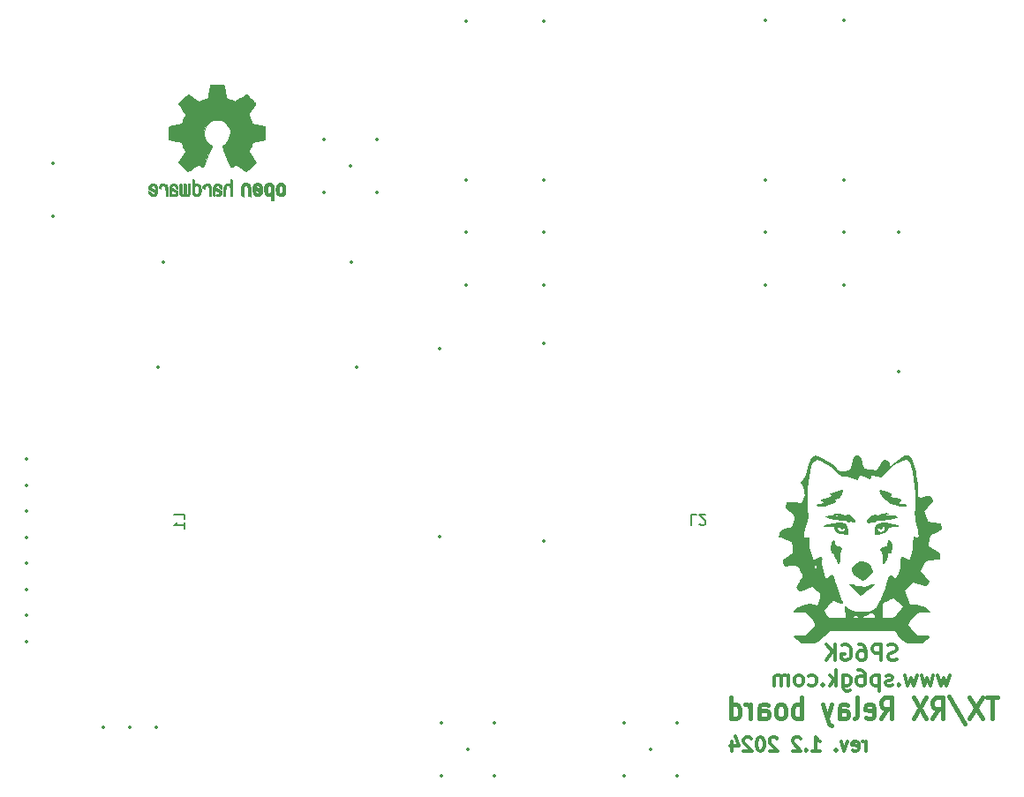
<source format=gbo>
%TF.GenerationSoftware,KiCad,Pcbnew,8.0.4*%
%TF.CreationDate,2024-09-14T12:23:50+09:30*%
%TF.ProjectId,TXRX_relay_board,54585258-5f72-4656-9c61-795f626f6172,1.2*%
%TF.SameCoordinates,Original*%
%TF.FileFunction,Legend,Bot*%
%TF.FilePolarity,Positive*%
%FSLAX46Y46*%
G04 Gerber Fmt 4.6, Leading zero omitted, Abs format (unit mm)*
G04 Created by KiCad (PCBNEW 8.0.4) date 2024-09-14 12:23:50*
%MOMM*%
%LPD*%
G01*
G04 APERTURE LIST*
%ADD10C,0.300000*%
%ADD11C,0.400000*%
%ADD12C,0.150000*%
%ADD13C,0.010000*%
%ADD14C,0.000000*%
%ADD15C,0.350000*%
G04 APERTURE END LIST*
D10*
X154092856Y-123589484D02*
X153878571Y-123660912D01*
X153878571Y-123660912D02*
X153521428Y-123660912D01*
X153521428Y-123660912D02*
X153378571Y-123589484D01*
X153378571Y-123589484D02*
X153307142Y-123518055D01*
X153307142Y-123518055D02*
X153235713Y-123375198D01*
X153235713Y-123375198D02*
X153235713Y-123232341D01*
X153235713Y-123232341D02*
X153307142Y-123089484D01*
X153307142Y-123089484D02*
X153378571Y-123018055D01*
X153378571Y-123018055D02*
X153521428Y-122946626D01*
X153521428Y-122946626D02*
X153807142Y-122875198D01*
X153807142Y-122875198D02*
X153949999Y-122803769D01*
X153949999Y-122803769D02*
X154021428Y-122732341D01*
X154021428Y-122732341D02*
X154092856Y-122589484D01*
X154092856Y-122589484D02*
X154092856Y-122446626D01*
X154092856Y-122446626D02*
X154021428Y-122303769D01*
X154021428Y-122303769D02*
X153949999Y-122232341D01*
X153949999Y-122232341D02*
X153807142Y-122160912D01*
X153807142Y-122160912D02*
X153449999Y-122160912D01*
X153449999Y-122160912D02*
X153235713Y-122232341D01*
X152592857Y-123660912D02*
X152592857Y-122160912D01*
X152592857Y-122160912D02*
X152021428Y-122160912D01*
X152021428Y-122160912D02*
X151878571Y-122232341D01*
X151878571Y-122232341D02*
X151807142Y-122303769D01*
X151807142Y-122303769D02*
X151735714Y-122446626D01*
X151735714Y-122446626D02*
X151735714Y-122660912D01*
X151735714Y-122660912D02*
X151807142Y-122803769D01*
X151807142Y-122803769D02*
X151878571Y-122875198D01*
X151878571Y-122875198D02*
X152021428Y-122946626D01*
X152021428Y-122946626D02*
X152592857Y-122946626D01*
X150450000Y-122160912D02*
X150735714Y-122160912D01*
X150735714Y-122160912D02*
X150878571Y-122232341D01*
X150878571Y-122232341D02*
X150950000Y-122303769D01*
X150950000Y-122303769D02*
X151092857Y-122518055D01*
X151092857Y-122518055D02*
X151164285Y-122803769D01*
X151164285Y-122803769D02*
X151164285Y-123375198D01*
X151164285Y-123375198D02*
X151092857Y-123518055D01*
X151092857Y-123518055D02*
X151021428Y-123589484D01*
X151021428Y-123589484D02*
X150878571Y-123660912D01*
X150878571Y-123660912D02*
X150592857Y-123660912D01*
X150592857Y-123660912D02*
X150450000Y-123589484D01*
X150450000Y-123589484D02*
X150378571Y-123518055D01*
X150378571Y-123518055D02*
X150307142Y-123375198D01*
X150307142Y-123375198D02*
X150307142Y-123018055D01*
X150307142Y-123018055D02*
X150378571Y-122875198D01*
X150378571Y-122875198D02*
X150450000Y-122803769D01*
X150450000Y-122803769D02*
X150592857Y-122732341D01*
X150592857Y-122732341D02*
X150878571Y-122732341D01*
X150878571Y-122732341D02*
X151021428Y-122803769D01*
X151021428Y-122803769D02*
X151092857Y-122875198D01*
X151092857Y-122875198D02*
X151164285Y-123018055D01*
X148878571Y-122232341D02*
X149021429Y-122160912D01*
X149021429Y-122160912D02*
X149235714Y-122160912D01*
X149235714Y-122160912D02*
X149450000Y-122232341D01*
X149450000Y-122232341D02*
X149592857Y-122375198D01*
X149592857Y-122375198D02*
X149664286Y-122518055D01*
X149664286Y-122518055D02*
X149735714Y-122803769D01*
X149735714Y-122803769D02*
X149735714Y-123018055D01*
X149735714Y-123018055D02*
X149664286Y-123303769D01*
X149664286Y-123303769D02*
X149592857Y-123446626D01*
X149592857Y-123446626D02*
X149450000Y-123589484D01*
X149450000Y-123589484D02*
X149235714Y-123660912D01*
X149235714Y-123660912D02*
X149092857Y-123660912D01*
X149092857Y-123660912D02*
X148878571Y-123589484D01*
X148878571Y-123589484D02*
X148807143Y-123518055D01*
X148807143Y-123518055D02*
X148807143Y-123018055D01*
X148807143Y-123018055D02*
X149092857Y-123018055D01*
X148164286Y-123660912D02*
X148164286Y-122160912D01*
X147307143Y-123660912D02*
X147950000Y-122803769D01*
X147307143Y-122160912D02*
X148164286Y-123018055D01*
X159164286Y-125075828D02*
X158878572Y-126075828D01*
X158878572Y-126075828D02*
X158592857Y-125361542D01*
X158592857Y-125361542D02*
X158307143Y-126075828D01*
X158307143Y-126075828D02*
X158021429Y-125075828D01*
X157592857Y-125075828D02*
X157307143Y-126075828D01*
X157307143Y-126075828D02*
X157021428Y-125361542D01*
X157021428Y-125361542D02*
X156735714Y-126075828D01*
X156735714Y-126075828D02*
X156450000Y-125075828D01*
X156021428Y-125075828D02*
X155735714Y-126075828D01*
X155735714Y-126075828D02*
X155449999Y-125361542D01*
X155449999Y-125361542D02*
X155164285Y-126075828D01*
X155164285Y-126075828D02*
X154878571Y-125075828D01*
X154307142Y-125932971D02*
X154235713Y-126004400D01*
X154235713Y-126004400D02*
X154307142Y-126075828D01*
X154307142Y-126075828D02*
X154378570Y-126004400D01*
X154378570Y-126004400D02*
X154307142Y-125932971D01*
X154307142Y-125932971D02*
X154307142Y-126075828D01*
X153664284Y-126004400D02*
X153521427Y-126075828D01*
X153521427Y-126075828D02*
X153235713Y-126075828D01*
X153235713Y-126075828D02*
X153092856Y-126004400D01*
X153092856Y-126004400D02*
X153021427Y-125861542D01*
X153021427Y-125861542D02*
X153021427Y-125790114D01*
X153021427Y-125790114D02*
X153092856Y-125647257D01*
X153092856Y-125647257D02*
X153235713Y-125575828D01*
X153235713Y-125575828D02*
X153449999Y-125575828D01*
X153449999Y-125575828D02*
X153592856Y-125504400D01*
X153592856Y-125504400D02*
X153664284Y-125361542D01*
X153664284Y-125361542D02*
X153664284Y-125290114D01*
X153664284Y-125290114D02*
X153592856Y-125147257D01*
X153592856Y-125147257D02*
X153449999Y-125075828D01*
X153449999Y-125075828D02*
X153235713Y-125075828D01*
X153235713Y-125075828D02*
X153092856Y-125147257D01*
X152378570Y-125075828D02*
X152378570Y-126575828D01*
X152378570Y-125147257D02*
X152235713Y-125075828D01*
X152235713Y-125075828D02*
X151949998Y-125075828D01*
X151949998Y-125075828D02*
X151807141Y-125147257D01*
X151807141Y-125147257D02*
X151735713Y-125218685D01*
X151735713Y-125218685D02*
X151664284Y-125361542D01*
X151664284Y-125361542D02*
X151664284Y-125790114D01*
X151664284Y-125790114D02*
X151735713Y-125932971D01*
X151735713Y-125932971D02*
X151807141Y-126004400D01*
X151807141Y-126004400D02*
X151949998Y-126075828D01*
X151949998Y-126075828D02*
X152235713Y-126075828D01*
X152235713Y-126075828D02*
X152378570Y-126004400D01*
X150378570Y-124575828D02*
X150664284Y-124575828D01*
X150664284Y-124575828D02*
X150807141Y-124647257D01*
X150807141Y-124647257D02*
X150878570Y-124718685D01*
X150878570Y-124718685D02*
X151021427Y-124932971D01*
X151021427Y-124932971D02*
X151092855Y-125218685D01*
X151092855Y-125218685D02*
X151092855Y-125790114D01*
X151092855Y-125790114D02*
X151021427Y-125932971D01*
X151021427Y-125932971D02*
X150949998Y-126004400D01*
X150949998Y-126004400D02*
X150807141Y-126075828D01*
X150807141Y-126075828D02*
X150521427Y-126075828D01*
X150521427Y-126075828D02*
X150378570Y-126004400D01*
X150378570Y-126004400D02*
X150307141Y-125932971D01*
X150307141Y-125932971D02*
X150235712Y-125790114D01*
X150235712Y-125790114D02*
X150235712Y-125432971D01*
X150235712Y-125432971D02*
X150307141Y-125290114D01*
X150307141Y-125290114D02*
X150378570Y-125218685D01*
X150378570Y-125218685D02*
X150521427Y-125147257D01*
X150521427Y-125147257D02*
X150807141Y-125147257D01*
X150807141Y-125147257D02*
X150949998Y-125218685D01*
X150949998Y-125218685D02*
X151021427Y-125290114D01*
X151021427Y-125290114D02*
X151092855Y-125432971D01*
X148949999Y-125075828D02*
X148949999Y-126290114D01*
X148949999Y-126290114D02*
X149021427Y-126432971D01*
X149021427Y-126432971D02*
X149092856Y-126504400D01*
X149092856Y-126504400D02*
X149235713Y-126575828D01*
X149235713Y-126575828D02*
X149449999Y-126575828D01*
X149449999Y-126575828D02*
X149592856Y-126504400D01*
X148949999Y-126004400D02*
X149092856Y-126075828D01*
X149092856Y-126075828D02*
X149378570Y-126075828D01*
X149378570Y-126075828D02*
X149521427Y-126004400D01*
X149521427Y-126004400D02*
X149592856Y-125932971D01*
X149592856Y-125932971D02*
X149664284Y-125790114D01*
X149664284Y-125790114D02*
X149664284Y-125361542D01*
X149664284Y-125361542D02*
X149592856Y-125218685D01*
X149592856Y-125218685D02*
X149521427Y-125147257D01*
X149521427Y-125147257D02*
X149378570Y-125075828D01*
X149378570Y-125075828D02*
X149092856Y-125075828D01*
X149092856Y-125075828D02*
X148949999Y-125147257D01*
X148235713Y-126075828D02*
X148235713Y-124575828D01*
X148092856Y-125504400D02*
X147664284Y-126075828D01*
X147664284Y-125075828D02*
X148235713Y-125647257D01*
X147021427Y-125932971D02*
X146949998Y-126004400D01*
X146949998Y-126004400D02*
X147021427Y-126075828D01*
X147021427Y-126075828D02*
X147092855Y-126004400D01*
X147092855Y-126004400D02*
X147021427Y-125932971D01*
X147021427Y-125932971D02*
X147021427Y-126075828D01*
X145664284Y-126004400D02*
X145807141Y-126075828D01*
X145807141Y-126075828D02*
X146092855Y-126075828D01*
X146092855Y-126075828D02*
X146235712Y-126004400D01*
X146235712Y-126004400D02*
X146307141Y-125932971D01*
X146307141Y-125932971D02*
X146378569Y-125790114D01*
X146378569Y-125790114D02*
X146378569Y-125361542D01*
X146378569Y-125361542D02*
X146307141Y-125218685D01*
X146307141Y-125218685D02*
X146235712Y-125147257D01*
X146235712Y-125147257D02*
X146092855Y-125075828D01*
X146092855Y-125075828D02*
X145807141Y-125075828D01*
X145807141Y-125075828D02*
X145664284Y-125147257D01*
X144807141Y-126075828D02*
X144949998Y-126004400D01*
X144949998Y-126004400D02*
X145021427Y-125932971D01*
X145021427Y-125932971D02*
X145092855Y-125790114D01*
X145092855Y-125790114D02*
X145092855Y-125361542D01*
X145092855Y-125361542D02*
X145021427Y-125218685D01*
X145021427Y-125218685D02*
X144949998Y-125147257D01*
X144949998Y-125147257D02*
X144807141Y-125075828D01*
X144807141Y-125075828D02*
X144592855Y-125075828D01*
X144592855Y-125075828D02*
X144449998Y-125147257D01*
X144449998Y-125147257D02*
X144378570Y-125218685D01*
X144378570Y-125218685D02*
X144307141Y-125361542D01*
X144307141Y-125361542D02*
X144307141Y-125790114D01*
X144307141Y-125790114D02*
X144378570Y-125932971D01*
X144378570Y-125932971D02*
X144449998Y-126004400D01*
X144449998Y-126004400D02*
X144592855Y-126075828D01*
X144592855Y-126075828D02*
X144807141Y-126075828D01*
X143664284Y-126075828D02*
X143664284Y-125075828D01*
X143664284Y-125218685D02*
X143592855Y-125147257D01*
X143592855Y-125147257D02*
X143449998Y-125075828D01*
X143449998Y-125075828D02*
X143235712Y-125075828D01*
X143235712Y-125075828D02*
X143092855Y-125147257D01*
X143092855Y-125147257D02*
X143021427Y-125290114D01*
X143021427Y-125290114D02*
X143021427Y-126075828D01*
X143021427Y-125290114D02*
X142949998Y-125147257D01*
X142949998Y-125147257D02*
X142807141Y-125075828D01*
X142807141Y-125075828D02*
X142592855Y-125075828D01*
X142592855Y-125075828D02*
X142449998Y-125147257D01*
X142449998Y-125147257D02*
X142378569Y-125290114D01*
X142378569Y-125290114D02*
X142378569Y-126075828D01*
X151168108Y-132325304D02*
X151168108Y-131458638D01*
X151168108Y-131706257D02*
X151106203Y-131582447D01*
X151106203Y-131582447D02*
X151044298Y-131520542D01*
X151044298Y-131520542D02*
X150920489Y-131458638D01*
X150920489Y-131458638D02*
X150796679Y-131458638D01*
X149868108Y-132263400D02*
X149991917Y-132325304D01*
X149991917Y-132325304D02*
X150239536Y-132325304D01*
X150239536Y-132325304D02*
X150363346Y-132263400D01*
X150363346Y-132263400D02*
X150425250Y-132139590D01*
X150425250Y-132139590D02*
X150425250Y-131644352D01*
X150425250Y-131644352D02*
X150363346Y-131520542D01*
X150363346Y-131520542D02*
X150239536Y-131458638D01*
X150239536Y-131458638D02*
X149991917Y-131458638D01*
X149991917Y-131458638D02*
X149868108Y-131520542D01*
X149868108Y-131520542D02*
X149806203Y-131644352D01*
X149806203Y-131644352D02*
X149806203Y-131768161D01*
X149806203Y-131768161D02*
X150425250Y-131891971D01*
X149372869Y-131458638D02*
X149063345Y-132325304D01*
X149063345Y-132325304D02*
X148753822Y-131458638D01*
X148258584Y-132201495D02*
X148196679Y-132263400D01*
X148196679Y-132263400D02*
X148258584Y-132325304D01*
X148258584Y-132325304D02*
X148320488Y-132263400D01*
X148320488Y-132263400D02*
X148258584Y-132201495D01*
X148258584Y-132201495D02*
X148258584Y-132325304D01*
X145968107Y-132325304D02*
X146710964Y-132325304D01*
X146339536Y-132325304D02*
X146339536Y-131025304D01*
X146339536Y-131025304D02*
X146463345Y-131211019D01*
X146463345Y-131211019D02*
X146587155Y-131334828D01*
X146587155Y-131334828D02*
X146710964Y-131396733D01*
X145410965Y-132201495D02*
X145349060Y-132263400D01*
X145349060Y-132263400D02*
X145410965Y-132325304D01*
X145410965Y-132325304D02*
X145472869Y-132263400D01*
X145472869Y-132263400D02*
X145410965Y-132201495D01*
X145410965Y-132201495D02*
X145410965Y-132325304D01*
X144853821Y-131149114D02*
X144791917Y-131087209D01*
X144791917Y-131087209D02*
X144668107Y-131025304D01*
X144668107Y-131025304D02*
X144358583Y-131025304D01*
X144358583Y-131025304D02*
X144234774Y-131087209D01*
X144234774Y-131087209D02*
X144172869Y-131149114D01*
X144172869Y-131149114D02*
X144110964Y-131272923D01*
X144110964Y-131272923D02*
X144110964Y-131396733D01*
X144110964Y-131396733D02*
X144172869Y-131582447D01*
X144172869Y-131582447D02*
X144915726Y-132325304D01*
X144915726Y-132325304D02*
X144110964Y-132325304D01*
X142625250Y-131149114D02*
X142563346Y-131087209D01*
X142563346Y-131087209D02*
X142439536Y-131025304D01*
X142439536Y-131025304D02*
X142130012Y-131025304D01*
X142130012Y-131025304D02*
X142006203Y-131087209D01*
X142006203Y-131087209D02*
X141944298Y-131149114D01*
X141944298Y-131149114D02*
X141882393Y-131272923D01*
X141882393Y-131272923D02*
X141882393Y-131396733D01*
X141882393Y-131396733D02*
X141944298Y-131582447D01*
X141944298Y-131582447D02*
X142687155Y-132325304D01*
X142687155Y-132325304D02*
X141882393Y-132325304D01*
X141077632Y-131025304D02*
X140953822Y-131025304D01*
X140953822Y-131025304D02*
X140830013Y-131087209D01*
X140830013Y-131087209D02*
X140768108Y-131149114D01*
X140768108Y-131149114D02*
X140706203Y-131272923D01*
X140706203Y-131272923D02*
X140644298Y-131520542D01*
X140644298Y-131520542D02*
X140644298Y-131830066D01*
X140644298Y-131830066D02*
X140706203Y-132077685D01*
X140706203Y-132077685D02*
X140768108Y-132201495D01*
X140768108Y-132201495D02*
X140830013Y-132263400D01*
X140830013Y-132263400D02*
X140953822Y-132325304D01*
X140953822Y-132325304D02*
X141077632Y-132325304D01*
X141077632Y-132325304D02*
X141201441Y-132263400D01*
X141201441Y-132263400D02*
X141263346Y-132201495D01*
X141263346Y-132201495D02*
X141325251Y-132077685D01*
X141325251Y-132077685D02*
X141387155Y-131830066D01*
X141387155Y-131830066D02*
X141387155Y-131520542D01*
X141387155Y-131520542D02*
X141325251Y-131272923D01*
X141325251Y-131272923D02*
X141263346Y-131149114D01*
X141263346Y-131149114D02*
X141201441Y-131087209D01*
X141201441Y-131087209D02*
X141077632Y-131025304D01*
X140149060Y-131149114D02*
X140087156Y-131087209D01*
X140087156Y-131087209D02*
X139963346Y-131025304D01*
X139963346Y-131025304D02*
X139653822Y-131025304D01*
X139653822Y-131025304D02*
X139530013Y-131087209D01*
X139530013Y-131087209D02*
X139468108Y-131149114D01*
X139468108Y-131149114D02*
X139406203Y-131272923D01*
X139406203Y-131272923D02*
X139406203Y-131396733D01*
X139406203Y-131396733D02*
X139468108Y-131582447D01*
X139468108Y-131582447D02*
X140210965Y-132325304D01*
X140210965Y-132325304D02*
X139406203Y-132325304D01*
X138291918Y-131458638D02*
X138291918Y-132325304D01*
X138601442Y-130963400D02*
X138910965Y-131891971D01*
X138910965Y-131891971D02*
X138106204Y-131891971D01*
D11*
X163740414Y-127234438D02*
X162711843Y-127234438D01*
X163226128Y-129234438D02*
X163226128Y-127234438D01*
X162283271Y-127234438D02*
X161083271Y-129234438D01*
X161083271Y-127234438D02*
X162283271Y-129234438D01*
X159111842Y-127139200D02*
X160654699Y-129710628D01*
X157483271Y-129234438D02*
X158083271Y-128282057D01*
X158511842Y-129234438D02*
X158511842Y-127234438D01*
X158511842Y-127234438D02*
X157826128Y-127234438D01*
X157826128Y-127234438D02*
X157654699Y-127329676D01*
X157654699Y-127329676D02*
X157568985Y-127424914D01*
X157568985Y-127424914D02*
X157483271Y-127615390D01*
X157483271Y-127615390D02*
X157483271Y-127901104D01*
X157483271Y-127901104D02*
X157568985Y-128091580D01*
X157568985Y-128091580D02*
X157654699Y-128186819D01*
X157654699Y-128186819D02*
X157826128Y-128282057D01*
X157826128Y-128282057D02*
X158511842Y-128282057D01*
X156883271Y-127234438D02*
X155683271Y-129234438D01*
X155683271Y-127234438D02*
X156883271Y-129234438D01*
X152597556Y-129234438D02*
X153197556Y-128282057D01*
X153626127Y-129234438D02*
X153626127Y-127234438D01*
X153626127Y-127234438D02*
X152940413Y-127234438D01*
X152940413Y-127234438D02*
X152768984Y-127329676D01*
X152768984Y-127329676D02*
X152683270Y-127424914D01*
X152683270Y-127424914D02*
X152597556Y-127615390D01*
X152597556Y-127615390D02*
X152597556Y-127901104D01*
X152597556Y-127901104D02*
X152683270Y-128091580D01*
X152683270Y-128091580D02*
X152768984Y-128186819D01*
X152768984Y-128186819D02*
X152940413Y-128282057D01*
X152940413Y-128282057D02*
X153626127Y-128282057D01*
X151140413Y-129139200D02*
X151311841Y-129234438D01*
X151311841Y-129234438D02*
X151654699Y-129234438D01*
X151654699Y-129234438D02*
X151826127Y-129139200D01*
X151826127Y-129139200D02*
X151911841Y-128948723D01*
X151911841Y-128948723D02*
X151911841Y-128186819D01*
X151911841Y-128186819D02*
X151826127Y-127996342D01*
X151826127Y-127996342D02*
X151654699Y-127901104D01*
X151654699Y-127901104D02*
X151311841Y-127901104D01*
X151311841Y-127901104D02*
X151140413Y-127996342D01*
X151140413Y-127996342D02*
X151054699Y-128186819D01*
X151054699Y-128186819D02*
X151054699Y-128377295D01*
X151054699Y-128377295D02*
X151911841Y-128567771D01*
X150026127Y-129234438D02*
X150197556Y-129139200D01*
X150197556Y-129139200D02*
X150283270Y-128948723D01*
X150283270Y-128948723D02*
X150283270Y-127234438D01*
X148568985Y-129234438D02*
X148568985Y-128186819D01*
X148568985Y-128186819D02*
X148654699Y-127996342D01*
X148654699Y-127996342D02*
X148826127Y-127901104D01*
X148826127Y-127901104D02*
X149168985Y-127901104D01*
X149168985Y-127901104D02*
X149340413Y-127996342D01*
X148568985Y-129139200D02*
X148740413Y-129234438D01*
X148740413Y-129234438D02*
X149168985Y-129234438D01*
X149168985Y-129234438D02*
X149340413Y-129139200D01*
X149340413Y-129139200D02*
X149426127Y-128948723D01*
X149426127Y-128948723D02*
X149426127Y-128758247D01*
X149426127Y-128758247D02*
X149340413Y-128567771D01*
X149340413Y-128567771D02*
X149168985Y-128472533D01*
X149168985Y-128472533D02*
X148740413Y-128472533D01*
X148740413Y-128472533D02*
X148568985Y-128377295D01*
X147883271Y-127901104D02*
X147454699Y-129234438D01*
X147026128Y-127901104D02*
X147454699Y-129234438D01*
X147454699Y-129234438D02*
X147626128Y-129710628D01*
X147626128Y-129710628D02*
X147711842Y-129805866D01*
X147711842Y-129805866D02*
X147883271Y-129901104D01*
X144968984Y-129234438D02*
X144968984Y-127234438D01*
X144968984Y-127996342D02*
X144797556Y-127901104D01*
X144797556Y-127901104D02*
X144454698Y-127901104D01*
X144454698Y-127901104D02*
X144283270Y-127996342D01*
X144283270Y-127996342D02*
X144197556Y-128091580D01*
X144197556Y-128091580D02*
X144111841Y-128282057D01*
X144111841Y-128282057D02*
X144111841Y-128853485D01*
X144111841Y-128853485D02*
X144197556Y-129043961D01*
X144197556Y-129043961D02*
X144283270Y-129139200D01*
X144283270Y-129139200D02*
X144454698Y-129234438D01*
X144454698Y-129234438D02*
X144797556Y-129234438D01*
X144797556Y-129234438D02*
X144968984Y-129139200D01*
X143083270Y-129234438D02*
X143254699Y-129139200D01*
X143254699Y-129139200D02*
X143340413Y-129043961D01*
X143340413Y-129043961D02*
X143426127Y-128853485D01*
X143426127Y-128853485D02*
X143426127Y-128282057D01*
X143426127Y-128282057D02*
X143340413Y-128091580D01*
X143340413Y-128091580D02*
X143254699Y-127996342D01*
X143254699Y-127996342D02*
X143083270Y-127901104D01*
X143083270Y-127901104D02*
X142826127Y-127901104D01*
X142826127Y-127901104D02*
X142654699Y-127996342D01*
X142654699Y-127996342D02*
X142568985Y-128091580D01*
X142568985Y-128091580D02*
X142483270Y-128282057D01*
X142483270Y-128282057D02*
X142483270Y-128853485D01*
X142483270Y-128853485D02*
X142568985Y-129043961D01*
X142568985Y-129043961D02*
X142654699Y-129139200D01*
X142654699Y-129139200D02*
X142826127Y-129234438D01*
X142826127Y-129234438D02*
X143083270Y-129234438D01*
X140940414Y-129234438D02*
X140940414Y-128186819D01*
X140940414Y-128186819D02*
X141026128Y-127996342D01*
X141026128Y-127996342D02*
X141197556Y-127901104D01*
X141197556Y-127901104D02*
X141540414Y-127901104D01*
X141540414Y-127901104D02*
X141711842Y-127996342D01*
X140940414Y-129139200D02*
X141111842Y-129234438D01*
X141111842Y-129234438D02*
X141540414Y-129234438D01*
X141540414Y-129234438D02*
X141711842Y-129139200D01*
X141711842Y-129139200D02*
X141797556Y-128948723D01*
X141797556Y-128948723D02*
X141797556Y-128758247D01*
X141797556Y-128758247D02*
X141711842Y-128567771D01*
X141711842Y-128567771D02*
X141540414Y-128472533D01*
X141540414Y-128472533D02*
X141111842Y-128472533D01*
X141111842Y-128472533D02*
X140940414Y-128377295D01*
X140083271Y-129234438D02*
X140083271Y-127901104D01*
X140083271Y-128282057D02*
X139997557Y-128091580D01*
X139997557Y-128091580D02*
X139911843Y-127996342D01*
X139911843Y-127996342D02*
X139740414Y-127901104D01*
X139740414Y-127901104D02*
X139568985Y-127901104D01*
X138197557Y-129234438D02*
X138197557Y-127234438D01*
X138197557Y-129139200D02*
X138368985Y-129234438D01*
X138368985Y-129234438D02*
X138711842Y-129234438D01*
X138711842Y-129234438D02*
X138883271Y-129139200D01*
X138883271Y-129139200D02*
X138968985Y-129043961D01*
X138968985Y-129043961D02*
X139054699Y-128853485D01*
X139054699Y-128853485D02*
X139054699Y-128282057D01*
X139054699Y-128282057D02*
X138968985Y-128091580D01*
X138968985Y-128091580D02*
X138883271Y-127996342D01*
X138883271Y-127996342D02*
X138711842Y-127901104D01*
X138711842Y-127901104D02*
X138368985Y-127901104D01*
X138368985Y-127901104D02*
X138197557Y-127996342D01*
D12*
X134883333Y-109695180D02*
X134407143Y-109695180D01*
X134407143Y-109695180D02*
X134407143Y-110695180D01*
X135169048Y-110599942D02*
X135216667Y-110647561D01*
X135216667Y-110647561D02*
X135311905Y-110695180D01*
X135311905Y-110695180D02*
X135550000Y-110695180D01*
X135550000Y-110695180D02*
X135645238Y-110647561D01*
X135645238Y-110647561D02*
X135692857Y-110599942D01*
X135692857Y-110599942D02*
X135740476Y-110504704D01*
X135740476Y-110504704D02*
X135740476Y-110409466D01*
X135740476Y-110409466D02*
X135692857Y-110266609D01*
X135692857Y-110266609D02*
X135121429Y-109695180D01*
X135121429Y-109695180D02*
X135740476Y-109695180D01*
X85804819Y-110133333D02*
X85804819Y-109657143D01*
X85804819Y-109657143D02*
X84804819Y-109657143D01*
X85804819Y-110990476D02*
X85804819Y-110419048D01*
X85804819Y-110704762D02*
X84804819Y-110704762D01*
X84804819Y-110704762D02*
X84947676Y-110609524D01*
X84947676Y-110609524D02*
X85042914Y-110514286D01*
X85042914Y-110514286D02*
X85090533Y-110419048D01*
D13*
%TO.C,REF\u002A\u002A*%
X83836725Y-77924619D02*
X83957261Y-77969393D01*
X84007388Y-78003034D01*
X84058152Y-78051236D01*
X84094362Y-78112551D01*
X84118393Y-78196024D01*
X84132618Y-78310697D01*
X84139412Y-78465613D01*
X84141149Y-78669814D01*
X84140809Y-78775341D01*
X84139101Y-78919541D01*
X84136201Y-79034620D01*
X84132384Y-79110822D01*
X84127925Y-79138391D01*
X84098909Y-79129272D01*
X84040339Y-79104509D01*
X84038581Y-79103707D01*
X84008167Y-79087785D01*
X83987712Y-79065938D01*
X83975240Y-79027672D01*
X83968777Y-78962495D01*
X83966348Y-78859913D01*
X83965977Y-78709433D01*
X83965229Y-78613974D01*
X83957256Y-78434571D01*
X83938998Y-78303163D01*
X83908526Y-78212859D01*
X83863912Y-78156767D01*
X83803226Y-78127994D01*
X83794807Y-78125989D01*
X83681139Y-78124423D01*
X83592492Y-78175348D01*
X83531265Y-78277445D01*
X83520346Y-78306961D01*
X83495458Y-78372283D01*
X83482854Y-78402300D01*
X83456969Y-78398164D01*
X83400439Y-78375717D01*
X83347715Y-78338647D01*
X83323678Y-78268587D01*
X83330847Y-78218406D01*
X83374897Y-78116618D01*
X83446123Y-78021235D01*
X83529415Y-77955269D01*
X83564310Y-77940018D01*
X83696443Y-77914521D01*
X83836725Y-77924619D01*
G36*
X83836725Y-77924619D02*
G01*
X83957261Y-77969393D01*
X84007388Y-78003034D01*
X84058152Y-78051236D01*
X84094362Y-78112551D01*
X84118393Y-78196024D01*
X84132618Y-78310697D01*
X84139412Y-78465613D01*
X84141149Y-78669814D01*
X84140809Y-78775341D01*
X84139101Y-78919541D01*
X84136201Y-79034620D01*
X84132384Y-79110822D01*
X84127925Y-79138391D01*
X84098909Y-79129272D01*
X84040339Y-79104509D01*
X84038581Y-79103707D01*
X84008167Y-79087785D01*
X83987712Y-79065938D01*
X83975240Y-79027672D01*
X83968777Y-78962495D01*
X83966348Y-78859913D01*
X83965977Y-78709433D01*
X83965229Y-78613974D01*
X83957256Y-78434571D01*
X83938998Y-78303163D01*
X83908526Y-78212859D01*
X83863912Y-78156767D01*
X83803226Y-78127994D01*
X83794807Y-78125989D01*
X83681139Y-78124423D01*
X83592492Y-78175348D01*
X83531265Y-78277445D01*
X83520346Y-78306961D01*
X83495458Y-78372283D01*
X83482854Y-78402300D01*
X83456969Y-78398164D01*
X83400439Y-78375717D01*
X83347715Y-78338647D01*
X83323678Y-78268587D01*
X83330847Y-78218406D01*
X83374897Y-78116618D01*
X83446123Y-78021235D01*
X83529415Y-77955269D01*
X83564310Y-77940018D01*
X83696443Y-77914521D01*
X83836725Y-77924619D01*
G37*
X91778487Y-77857689D02*
X91914848Y-77921770D01*
X92026598Y-78032584D01*
X92049761Y-78067273D01*
X92068973Y-78106590D01*
X92082598Y-78156145D01*
X92091877Y-78225568D01*
X92098050Y-78324490D01*
X92102357Y-78462539D01*
X92106038Y-78649346D01*
X92115180Y-79167542D01*
X92038383Y-79138344D01*
X91968068Y-79111520D01*
X91915424Y-79085706D01*
X91881060Y-79052431D01*
X91861093Y-79001510D01*
X91851639Y-78922761D01*
X91848814Y-78805999D01*
X91848736Y-78641042D01*
X91848336Y-78509558D01*
X91845951Y-78383394D01*
X91840259Y-78297223D01*
X91829961Y-78240672D01*
X91813755Y-78203370D01*
X91790345Y-78174943D01*
X91732793Y-78134827D01*
X91636112Y-78119706D01*
X91540465Y-78157917D01*
X91534152Y-78162810D01*
X91514477Y-78185413D01*
X91499963Y-78221664D01*
X91489394Y-78280511D01*
X91481555Y-78370901D01*
X91475227Y-78501779D01*
X91469195Y-78682095D01*
X91454598Y-79164907D01*
X91330517Y-79109283D01*
X91206437Y-79053659D01*
X91206437Y-78612851D01*
X91206951Y-78493098D01*
X91211380Y-78326506D01*
X91222594Y-78202468D01*
X91243272Y-78110987D01*
X91276093Y-78042066D01*
X91323736Y-77985707D01*
X91388877Y-77931914D01*
X91482571Y-77877719D01*
X91630175Y-77842339D01*
X91778487Y-77857689D01*
G36*
X91778487Y-77857689D02*
G01*
X91914848Y-77921770D01*
X92026598Y-78032584D01*
X92049761Y-78067273D01*
X92068973Y-78106590D01*
X92082598Y-78156145D01*
X92091877Y-78225568D01*
X92098050Y-78324490D01*
X92102357Y-78462539D01*
X92106038Y-78649346D01*
X92115180Y-79167542D01*
X92038383Y-79138344D01*
X91968068Y-79111520D01*
X91915424Y-79085706D01*
X91881060Y-79052431D01*
X91861093Y-79001510D01*
X91851639Y-78922761D01*
X91848814Y-78805999D01*
X91848736Y-78641042D01*
X91848336Y-78509558D01*
X91845951Y-78383394D01*
X91840259Y-78297223D01*
X91829961Y-78240672D01*
X91813755Y-78203370D01*
X91790345Y-78174943D01*
X91732793Y-78134827D01*
X91636112Y-78119706D01*
X91540465Y-78157917D01*
X91534152Y-78162810D01*
X91514477Y-78185413D01*
X91499963Y-78221664D01*
X91489394Y-78280511D01*
X91481555Y-78370901D01*
X91475227Y-78501779D01*
X91469195Y-78682095D01*
X91454598Y-79164907D01*
X91330517Y-79109283D01*
X91206437Y-79053659D01*
X91206437Y-78612851D01*
X91206951Y-78493098D01*
X91211380Y-78326506D01*
X91222594Y-78202468D01*
X91243272Y-78110987D01*
X91276093Y-78042066D01*
X91323736Y-77985707D01*
X91388877Y-77931914D01*
X91482571Y-77877719D01*
X91630175Y-77842339D01*
X91778487Y-77857689D01*
G37*
X88110872Y-77955536D02*
X88120090Y-77960638D01*
X88195381Y-78019080D01*
X88262698Y-78094215D01*
X88274439Y-78111196D01*
X88296883Y-78150825D01*
X88312918Y-78197858D01*
X88323945Y-78262492D01*
X88331365Y-78354923D01*
X88336579Y-78485349D01*
X88340989Y-78663965D01*
X88341614Y-78694162D01*
X88343620Y-78889941D01*
X88340792Y-79028603D01*
X88333088Y-79111103D01*
X88320466Y-79138391D01*
X88282267Y-79130220D01*
X88217374Y-79105463D01*
X88202094Y-79098223D01*
X88178227Y-79081835D01*
X88161769Y-79054893D01*
X88151005Y-79007833D01*
X88144219Y-78931088D01*
X88139693Y-78815095D01*
X88135713Y-78650287D01*
X88134622Y-78602112D01*
X88130407Y-78449960D01*
X88124936Y-78343476D01*
X88116554Y-78272565D01*
X88103606Y-78227129D01*
X88084439Y-78197072D01*
X88057398Y-78172296D01*
X87977337Y-78128861D01*
X87878846Y-78120498D01*
X87790719Y-78153734D01*
X87727314Y-78222548D01*
X87702988Y-78320920D01*
X87702311Y-78347658D01*
X87689024Y-78396065D01*
X87649796Y-78403450D01*
X87572983Y-78374624D01*
X87555192Y-78365378D01*
X87507109Y-78311006D01*
X87506157Y-78230161D01*
X87551968Y-78118352D01*
X87593990Y-78057419D01*
X87701435Y-77970859D01*
X87834057Y-77921920D01*
X87975867Y-77915260D01*
X88110872Y-77955536D01*
G36*
X88110872Y-77955536D02*
G01*
X88120090Y-77960638D01*
X88195381Y-78019080D01*
X88262698Y-78094215D01*
X88274439Y-78111196D01*
X88296883Y-78150825D01*
X88312918Y-78197858D01*
X88323945Y-78262492D01*
X88331365Y-78354923D01*
X88336579Y-78485349D01*
X88340989Y-78663965D01*
X88341614Y-78694162D01*
X88343620Y-78889941D01*
X88340792Y-79028603D01*
X88333088Y-79111103D01*
X88320466Y-79138391D01*
X88282267Y-79130220D01*
X88217374Y-79105463D01*
X88202094Y-79098223D01*
X88178227Y-79081835D01*
X88161769Y-79054893D01*
X88151005Y-79007833D01*
X88144219Y-78931088D01*
X88139693Y-78815095D01*
X88135713Y-78650287D01*
X88134622Y-78602112D01*
X88130407Y-78449960D01*
X88124936Y-78343476D01*
X88116554Y-78272565D01*
X88103606Y-78227129D01*
X88084439Y-78197072D01*
X88057398Y-78172296D01*
X87977337Y-78128861D01*
X87878846Y-78120498D01*
X87790719Y-78153734D01*
X87727314Y-78222548D01*
X87702988Y-78320920D01*
X87702311Y-78347658D01*
X87689024Y-78396065D01*
X87649796Y-78403450D01*
X87572983Y-78374624D01*
X87555192Y-78365378D01*
X87507109Y-78311006D01*
X87506157Y-78230161D01*
X87551968Y-78118352D01*
X87593990Y-78057419D01*
X87701435Y-77970859D01*
X87834057Y-77921920D01*
X87975867Y-77915260D01*
X88110872Y-77955536D01*
G37*
X86192410Y-77920970D02*
X86256442Y-77946066D01*
X86330805Y-77979947D01*
X86330805Y-78958727D01*
X86238415Y-79051117D01*
X86217310Y-79071835D01*
X86158847Y-79117885D01*
X86099886Y-79132801D01*
X86012150Y-79125934D01*
X85976429Y-79121494D01*
X85884301Y-79112102D01*
X85819885Y-79108361D01*
X85800778Y-79108933D01*
X85722390Y-79115126D01*
X85627620Y-79125934D01*
X85597298Y-79129647D01*
X85520911Y-79131107D01*
X85465022Y-79108047D01*
X85401355Y-79051117D01*
X85308965Y-78958727D01*
X85308965Y-78435455D01*
X85309685Y-78280821D01*
X85311929Y-78133391D01*
X85315421Y-78016653D01*
X85319876Y-77939840D01*
X85325013Y-77912184D01*
X85326090Y-77912258D01*
X85363407Y-77926019D01*
X85426457Y-77956344D01*
X85511854Y-78000505D01*
X85519893Y-78459965D01*
X85527931Y-78919425D01*
X85703103Y-78919425D01*
X85711092Y-78415805D01*
X85713624Y-78278904D01*
X85717249Y-78132579D01*
X85721177Y-78016411D01*
X85725080Y-77939809D01*
X85728632Y-77912184D01*
X85729653Y-77912281D01*
X85765051Y-77922443D01*
X85830126Y-77944235D01*
X85922069Y-77976287D01*
X85922516Y-78418661D01*
X85922964Y-78495507D01*
X85926069Y-78644834D01*
X85931622Y-78769544D01*
X85939033Y-78858379D01*
X85947714Y-78900083D01*
X85978771Y-78922389D01*
X86042152Y-78929278D01*
X86111839Y-78919425D01*
X86119827Y-78415805D01*
X86122686Y-78287828D01*
X86128614Y-78136348D01*
X86136365Y-78017530D01*
X86145343Y-77939950D01*
X86154948Y-77912184D01*
X86192410Y-77920970D01*
G36*
X86192410Y-77920970D02*
G01*
X86256442Y-77946066D01*
X86330805Y-77979947D01*
X86330805Y-78958727D01*
X86238415Y-79051117D01*
X86217310Y-79071835D01*
X86158847Y-79117885D01*
X86099886Y-79132801D01*
X86012150Y-79125934D01*
X85976429Y-79121494D01*
X85884301Y-79112102D01*
X85819885Y-79108361D01*
X85800778Y-79108933D01*
X85722390Y-79115126D01*
X85627620Y-79125934D01*
X85597298Y-79129647D01*
X85520911Y-79131107D01*
X85465022Y-79108047D01*
X85401355Y-79051117D01*
X85308965Y-78958727D01*
X85308965Y-78435455D01*
X85309685Y-78280821D01*
X85311929Y-78133391D01*
X85315421Y-78016653D01*
X85319876Y-77939840D01*
X85325013Y-77912184D01*
X85326090Y-77912258D01*
X85363407Y-77926019D01*
X85426457Y-77956344D01*
X85511854Y-78000505D01*
X85519893Y-78459965D01*
X85527931Y-78919425D01*
X85703103Y-78919425D01*
X85711092Y-78415805D01*
X85713624Y-78278904D01*
X85717249Y-78132579D01*
X85721177Y-78016411D01*
X85725080Y-77939809D01*
X85728632Y-77912184D01*
X85729653Y-77912281D01*
X85765051Y-77922443D01*
X85830126Y-77944235D01*
X85922069Y-77976287D01*
X85922516Y-78418661D01*
X85922964Y-78495507D01*
X85926069Y-78644834D01*
X85931622Y-78769544D01*
X85939033Y-78858379D01*
X85947714Y-78900083D01*
X85978771Y-78922389D01*
X86042152Y-78929278D01*
X86111839Y-78919425D01*
X86119827Y-78415805D01*
X86122686Y-78287828D01*
X86128614Y-78136348D01*
X86136365Y-78017530D01*
X86145343Y-77939950D01*
X86154948Y-77912184D01*
X86192410Y-77920970D01*
G37*
X90264885Y-77518997D02*
X90359770Y-77559020D01*
X90359770Y-78348706D01*
X90359769Y-78357920D01*
X90359377Y-78565083D01*
X90358329Y-78751432D01*
X90356722Y-78909453D01*
X90354655Y-79031630D01*
X90352225Y-79110448D01*
X90349529Y-79138391D01*
X90348475Y-79138297D01*
X90312647Y-79128144D01*
X90247345Y-79106339D01*
X90155402Y-79074288D01*
X90155402Y-78662991D01*
X90154818Y-78501385D01*
X90152104Y-78384177D01*
X90145858Y-78304415D01*
X90134680Y-78251531D01*
X90117168Y-78214957D01*
X90091922Y-78184123D01*
X90074710Y-78167725D01*
X89981636Y-78122307D01*
X89879051Y-78126328D01*
X89785043Y-78180032D01*
X89771358Y-78193359D01*
X89749439Y-78221032D01*
X89734440Y-78257614D01*
X89725053Y-78313000D01*
X89719968Y-78397088D01*
X89717877Y-78519773D01*
X89717471Y-78690951D01*
X89717276Y-78777769D01*
X89716010Y-78920565D01*
X89713761Y-79034923D01*
X89710758Y-79110860D01*
X89707230Y-79138391D01*
X89706176Y-79138297D01*
X89670348Y-79128144D01*
X89605046Y-79106339D01*
X89513103Y-79074288D01*
X89513149Y-78661109D01*
X89513218Y-78624326D01*
X89517081Y-78432580D01*
X89528950Y-78287586D01*
X89551725Y-78179510D01*
X89588307Y-78098519D01*
X89641595Y-78034778D01*
X89714490Y-77978455D01*
X89785586Y-77943199D01*
X89899255Y-77915946D01*
X90011060Y-77914398D01*
X90097011Y-77940910D01*
X90103473Y-77944571D01*
X90123401Y-77944179D01*
X90137019Y-77913506D01*
X90146846Y-77843188D01*
X90155402Y-77723857D01*
X90170000Y-77478973D01*
X90264885Y-77518997D01*
G36*
X90264885Y-77518997D02*
G01*
X90359770Y-77559020D01*
X90359770Y-78348706D01*
X90359769Y-78357920D01*
X90359377Y-78565083D01*
X90358329Y-78751432D01*
X90356722Y-78909453D01*
X90354655Y-79031630D01*
X90352225Y-79110448D01*
X90349529Y-79138391D01*
X90348475Y-79138297D01*
X90312647Y-79128144D01*
X90247345Y-79106339D01*
X90155402Y-79074288D01*
X90155402Y-78662991D01*
X90154818Y-78501385D01*
X90152104Y-78384177D01*
X90145858Y-78304415D01*
X90134680Y-78251531D01*
X90117168Y-78214957D01*
X90091922Y-78184123D01*
X90074710Y-78167725D01*
X89981636Y-78122307D01*
X89879051Y-78126328D01*
X89785043Y-78180032D01*
X89771358Y-78193359D01*
X89749439Y-78221032D01*
X89734440Y-78257614D01*
X89725053Y-78313000D01*
X89719968Y-78397088D01*
X89717877Y-78519773D01*
X89717471Y-78690951D01*
X89717276Y-78777769D01*
X89716010Y-78920565D01*
X89713761Y-79034923D01*
X89710758Y-79110860D01*
X89707230Y-79138391D01*
X89706176Y-79138297D01*
X89670348Y-79128144D01*
X89605046Y-79106339D01*
X89513103Y-79074288D01*
X89513149Y-78661109D01*
X89513218Y-78624326D01*
X89517081Y-78432580D01*
X89528950Y-78287586D01*
X89551725Y-78179510D01*
X89588307Y-78098519D01*
X89641595Y-78034778D01*
X89714490Y-77978455D01*
X89785586Y-77943199D01*
X89899255Y-77915946D01*
X90011060Y-77914398D01*
X90097011Y-77940910D01*
X90103473Y-77944571D01*
X90123401Y-77944179D01*
X90137019Y-77913506D01*
X90146846Y-77843188D01*
X90155402Y-77723857D01*
X90170000Y-77478973D01*
X90264885Y-77518997D01*
G37*
X95468965Y-78496092D02*
X95468938Y-78527744D01*
X95467355Y-78668918D01*
X95461916Y-78767285D01*
X95450643Y-78835990D01*
X95431561Y-78888181D01*
X95402694Y-78937004D01*
X95395592Y-78947135D01*
X95320444Y-79027012D01*
X95234820Y-79087253D01*
X95190852Y-79106802D01*
X95032861Y-79139408D01*
X94876613Y-79118317D01*
X94732618Y-79046249D01*
X94611385Y-78925922D01*
X94601150Y-78909803D01*
X94567847Y-78816205D01*
X94545405Y-78685879D01*
X94534516Y-78535371D01*
X94535740Y-78396147D01*
X94830384Y-78396147D01*
X94832706Y-78589020D01*
X94833639Y-78601433D01*
X94847242Y-78707857D01*
X94871465Y-78775346D01*
X94912365Y-78821584D01*
X94980941Y-78864895D01*
X95048764Y-78867172D01*
X95118621Y-78817241D01*
X95130771Y-78804102D01*
X95154575Y-78764785D01*
X95168628Y-78707674D01*
X95175313Y-78619256D01*
X95177011Y-78486019D01*
X95174101Y-78361222D01*
X95159582Y-78242326D01*
X95129610Y-78167184D01*
X95080589Y-78127893D01*
X95008924Y-78116552D01*
X94981632Y-78118807D01*
X94905176Y-78160160D01*
X94854650Y-78252900D01*
X94830384Y-78396147D01*
X94535740Y-78396147D01*
X94535871Y-78381227D01*
X94550161Y-78239992D01*
X94578075Y-78128213D01*
X94613949Y-78053766D01*
X94714939Y-77937968D01*
X94851779Y-77866015D01*
X95019283Y-77841281D01*
X95064019Y-77842619D01*
X95195758Y-77870008D01*
X95303968Y-77939007D01*
X95403276Y-78057864D01*
X95409184Y-78066681D01*
X95435921Y-78114108D01*
X95453312Y-78167714D01*
X95463312Y-78240549D01*
X95467878Y-78345659D01*
X95468893Y-78486019D01*
X95468965Y-78496092D01*
G36*
X95468965Y-78496092D02*
G01*
X95468938Y-78527744D01*
X95467355Y-78668918D01*
X95461916Y-78767285D01*
X95450643Y-78835990D01*
X95431561Y-78888181D01*
X95402694Y-78937004D01*
X95395592Y-78947135D01*
X95320444Y-79027012D01*
X95234820Y-79087253D01*
X95190852Y-79106802D01*
X95032861Y-79139408D01*
X94876613Y-79118317D01*
X94732618Y-79046249D01*
X94611385Y-78925922D01*
X94601150Y-78909803D01*
X94567847Y-78816205D01*
X94545405Y-78685879D01*
X94534516Y-78535371D01*
X94535740Y-78396147D01*
X94830384Y-78396147D01*
X94832706Y-78589020D01*
X94833639Y-78601433D01*
X94847242Y-78707857D01*
X94871465Y-78775346D01*
X94912365Y-78821584D01*
X94980941Y-78864895D01*
X95048764Y-78867172D01*
X95118621Y-78817241D01*
X95130771Y-78804102D01*
X95154575Y-78764785D01*
X95168628Y-78707674D01*
X95175313Y-78619256D01*
X95177011Y-78486019D01*
X95174101Y-78361222D01*
X95159582Y-78242326D01*
X95129610Y-78167184D01*
X95080589Y-78127893D01*
X95008924Y-78116552D01*
X94981632Y-78118807D01*
X94905176Y-78160160D01*
X94854650Y-78252900D01*
X94830384Y-78396147D01*
X94535740Y-78396147D01*
X94535871Y-78381227D01*
X94550161Y-78239992D01*
X94578075Y-78128213D01*
X94613949Y-78053766D01*
X94714939Y-77937968D01*
X94851779Y-77866015D01*
X95019283Y-77841281D01*
X95064019Y-77842619D01*
X95195758Y-77870008D01*
X95303968Y-77939007D01*
X95403276Y-78057864D01*
X95409184Y-78066681D01*
X95435921Y-78114108D01*
X95453312Y-78167714D01*
X95463312Y-78240549D01*
X95467878Y-78345659D01*
X95468893Y-78486019D01*
X95468965Y-78496092D01*
G37*
X83148313Y-78531136D02*
X83147744Y-78608946D01*
X83140612Y-78762254D01*
X83121948Y-78874441D01*
X83087537Y-78957554D01*
X83033162Y-79023641D01*
X82954610Y-79084747D01*
X82904630Y-79112535D01*
X82824513Y-79131251D01*
X82711970Y-79129774D01*
X82649050Y-79123845D01*
X82573153Y-79105742D01*
X82512487Y-79066391D01*
X82441912Y-78993066D01*
X82432482Y-78982356D01*
X82369034Y-78899938D01*
X82338762Y-78828156D01*
X82331034Y-78743034D01*
X82331034Y-78617946D01*
X82418447Y-78650940D01*
X82482175Y-78689509D01*
X82537567Y-78780008D01*
X82549131Y-78808983D01*
X82613788Y-78891041D01*
X82701804Y-78932347D01*
X82797637Y-78928633D01*
X82885747Y-78875632D01*
X82916028Y-78842582D01*
X82943489Y-78792720D01*
X82934899Y-78747416D01*
X82885463Y-78700790D01*
X82790389Y-78646958D01*
X82644885Y-78580039D01*
X82345632Y-78449056D01*
X82337691Y-78319298D01*
X82340676Y-78236649D01*
X82535652Y-78236649D01*
X82550453Y-78287815D01*
X82617797Y-78342442D01*
X82740027Y-78404597D01*
X82760253Y-78413601D01*
X82856970Y-78455493D01*
X82929334Y-78484958D01*
X82962961Y-78496092D01*
X82968056Y-78487896D01*
X82970101Y-78437853D01*
X82962812Y-78357414D01*
X82944452Y-78278753D01*
X82887188Y-78179651D01*
X82804524Y-78123808D01*
X82705784Y-78116250D01*
X82600289Y-78162000D01*
X82571053Y-78184876D01*
X82535652Y-78236649D01*
X82340676Y-78236649D01*
X82341196Y-78222255D01*
X82385336Y-78099617D01*
X82441050Y-78032034D01*
X82556561Y-77956540D01*
X82693588Y-77918403D01*
X82835237Y-77921422D01*
X82964617Y-77969393D01*
X82993099Y-77987813D01*
X83058428Y-78044811D01*
X83103106Y-78116916D01*
X83130641Y-78214853D01*
X83144541Y-78349351D01*
X83146378Y-78437853D01*
X83148313Y-78531136D01*
G36*
X83148313Y-78531136D02*
G01*
X83147744Y-78608946D01*
X83140612Y-78762254D01*
X83121948Y-78874441D01*
X83087537Y-78957554D01*
X83033162Y-79023641D01*
X82954610Y-79084747D01*
X82904630Y-79112535D01*
X82824513Y-79131251D01*
X82711970Y-79129774D01*
X82649050Y-79123845D01*
X82573153Y-79105742D01*
X82512487Y-79066391D01*
X82441912Y-78993066D01*
X82432482Y-78982356D01*
X82369034Y-78899938D01*
X82338762Y-78828156D01*
X82331034Y-78743034D01*
X82331034Y-78617946D01*
X82418447Y-78650940D01*
X82482175Y-78689509D01*
X82537567Y-78780008D01*
X82549131Y-78808983D01*
X82613788Y-78891041D01*
X82701804Y-78932347D01*
X82797637Y-78928633D01*
X82885747Y-78875632D01*
X82916028Y-78842582D01*
X82943489Y-78792720D01*
X82934899Y-78747416D01*
X82885463Y-78700790D01*
X82790389Y-78646958D01*
X82644885Y-78580039D01*
X82345632Y-78449056D01*
X82337691Y-78319298D01*
X82340676Y-78236649D01*
X82535652Y-78236649D01*
X82550453Y-78287815D01*
X82617797Y-78342442D01*
X82740027Y-78404597D01*
X82760253Y-78413601D01*
X82856970Y-78455493D01*
X82929334Y-78484958D01*
X82962961Y-78496092D01*
X82968056Y-78487896D01*
X82970101Y-78437853D01*
X82962812Y-78357414D01*
X82944452Y-78278753D01*
X82887188Y-78179651D01*
X82804524Y-78123808D01*
X82705784Y-78116250D01*
X82600289Y-78162000D01*
X82571053Y-78184876D01*
X82535652Y-78236649D01*
X82340676Y-78236649D01*
X82341196Y-78222255D01*
X82385336Y-78099617D01*
X82441050Y-78032034D01*
X82556561Y-77956540D01*
X82693588Y-77918403D01*
X82835237Y-77921422D01*
X82964617Y-77969393D01*
X82993099Y-77987813D01*
X83058428Y-78044811D01*
X83103106Y-78116916D01*
X83130641Y-78214853D01*
X83144541Y-78349351D01*
X83146378Y-78437853D01*
X83148313Y-78531136D01*
G37*
X87352553Y-78525287D02*
X87350219Y-78639135D01*
X87333739Y-78794320D01*
X87297883Y-78910612D01*
X87238455Y-78999411D01*
X87151257Y-79072119D01*
X87068195Y-79114150D01*
X86928709Y-79137538D01*
X86789412Y-79111965D01*
X86663510Y-79040694D01*
X86564210Y-78926991D01*
X86552219Y-78906024D01*
X86536384Y-78869291D01*
X86524638Y-78822415D01*
X86516378Y-78757355D01*
X86510998Y-78666070D01*
X86507892Y-78540519D01*
X86507797Y-78529379D01*
X86710345Y-78529379D01*
X86711035Y-78635644D01*
X86715400Y-78731762D01*
X86726192Y-78793811D01*
X86746126Y-78835502D01*
X86777916Y-78870543D01*
X86785364Y-78877279D01*
X86881060Y-78926992D01*
X86982312Y-78921905D01*
X87076614Y-78862362D01*
X87104694Y-78831514D01*
X87128196Y-78790618D01*
X87141322Y-78734080D01*
X87147030Y-78647657D01*
X87148276Y-78517106D01*
X87147661Y-78417487D01*
X87143407Y-78320251D01*
X87132682Y-78257502D01*
X87112707Y-78215382D01*
X87080704Y-78180032D01*
X87061905Y-78164114D01*
X86964492Y-78121235D01*
X86862437Y-78127985D01*
X86773825Y-78184123D01*
X86754749Y-78206382D01*
X86731486Y-78248293D01*
X86718036Y-78306822D01*
X86711841Y-78395880D01*
X86710345Y-78529379D01*
X86507797Y-78529379D01*
X86506457Y-78372661D01*
X86506086Y-78154455D01*
X86505977Y-77477072D01*
X86600862Y-77516819D01*
X86625949Y-77527699D01*
X86665881Y-77552268D01*
X86688739Y-77589475D01*
X86701301Y-77654541D01*
X86710345Y-77762687D01*
X86718605Y-77859788D01*
X86729523Y-77923535D01*
X86745165Y-77947323D01*
X86768736Y-77940943D01*
X86828801Y-77918525D01*
X86936145Y-77912967D01*
X87051624Y-77933728D01*
X87151257Y-77978455D01*
X87206072Y-78019856D01*
X87276452Y-78100632D01*
X87321528Y-78204195D01*
X87345496Y-78341947D01*
X87352239Y-78517106D01*
X87352553Y-78525287D01*
G36*
X87352553Y-78525287D02*
G01*
X87350219Y-78639135D01*
X87333739Y-78794320D01*
X87297883Y-78910612D01*
X87238455Y-78999411D01*
X87151257Y-79072119D01*
X87068195Y-79114150D01*
X86928709Y-79137538D01*
X86789412Y-79111965D01*
X86663510Y-79040694D01*
X86564210Y-78926991D01*
X86552219Y-78906024D01*
X86536384Y-78869291D01*
X86524638Y-78822415D01*
X86516378Y-78757355D01*
X86510998Y-78666070D01*
X86507892Y-78540519D01*
X86507797Y-78529379D01*
X86710345Y-78529379D01*
X86711035Y-78635644D01*
X86715400Y-78731762D01*
X86726192Y-78793811D01*
X86746126Y-78835502D01*
X86777916Y-78870543D01*
X86785364Y-78877279D01*
X86881060Y-78926992D01*
X86982312Y-78921905D01*
X87076614Y-78862362D01*
X87104694Y-78831514D01*
X87128196Y-78790618D01*
X87141322Y-78734080D01*
X87147030Y-78647657D01*
X87148276Y-78517106D01*
X87147661Y-78417487D01*
X87143407Y-78320251D01*
X87132682Y-78257502D01*
X87112707Y-78215382D01*
X87080704Y-78180032D01*
X87061905Y-78164114D01*
X86964492Y-78121235D01*
X86862437Y-78127985D01*
X86773825Y-78184123D01*
X86754749Y-78206382D01*
X86731486Y-78248293D01*
X86718036Y-78306822D01*
X86711841Y-78395880D01*
X86710345Y-78529379D01*
X86507797Y-78529379D01*
X86506457Y-78372661D01*
X86506086Y-78154455D01*
X86505977Y-77477072D01*
X86600862Y-77516819D01*
X86625949Y-77527699D01*
X86665881Y-77552268D01*
X86688739Y-77589475D01*
X86701301Y-77654541D01*
X86710345Y-77762687D01*
X86718605Y-77859788D01*
X86729523Y-77923535D01*
X86745165Y-77947323D01*
X86768736Y-77940943D01*
X86828801Y-77918525D01*
X86936145Y-77912967D01*
X87051624Y-77933728D01*
X87151257Y-77978455D01*
X87206072Y-78019856D01*
X87276452Y-78100632D01*
X87321528Y-78204195D01*
X87345496Y-78341947D01*
X87352239Y-78517106D01*
X87352553Y-78525287D01*
G37*
X93249452Y-78413329D02*
X93240168Y-78634639D01*
X93234926Y-78681526D01*
X93195868Y-78848409D01*
X93125290Y-78975326D01*
X93017955Y-79072602D01*
X93011888Y-79076616D01*
X92875440Y-79133706D01*
X92732973Y-79138786D01*
X92595696Y-79095311D01*
X92474819Y-79006734D01*
X92381552Y-78876509D01*
X92379986Y-78873369D01*
X92348993Y-78792501D01*
X92326292Y-78700593D01*
X92314250Y-78614311D01*
X92315237Y-78550321D01*
X92331623Y-78525287D01*
X92346179Y-78526809D01*
X92415792Y-78554496D01*
X92494697Y-78605409D01*
X92561820Y-78664343D01*
X92596087Y-78716094D01*
X92631707Y-78786291D01*
X92704711Y-78850138D01*
X92789485Y-78875632D01*
X92820558Y-78868261D01*
X92881891Y-78831154D01*
X92935315Y-78779644D01*
X92958161Y-78732913D01*
X92958154Y-78732740D01*
X92932233Y-78711280D01*
X92863127Y-78672565D01*
X92761249Y-78622037D01*
X92637011Y-78565134D01*
X92636328Y-78564833D01*
X92501355Y-78504738D01*
X92410884Y-78461440D01*
X92356039Y-78428179D01*
X92327944Y-78398194D01*
X92317724Y-78364726D01*
X92316503Y-78321015D01*
X92324996Y-78238244D01*
X92613219Y-78238244D01*
X92642970Y-78264265D01*
X92717101Y-78303256D01*
X92719274Y-78304359D01*
X92806733Y-78346009D01*
X92884974Y-78379235D01*
X92934611Y-78393291D01*
X92954521Y-78374503D01*
X92958161Y-78310124D01*
X92943035Y-78230001D01*
X92890597Y-78157189D01*
X92814677Y-78119439D01*
X92730040Y-78123251D01*
X92651447Y-78175121D01*
X92620555Y-78210965D01*
X92613219Y-78238244D01*
X92324996Y-78238244D01*
X92327251Y-78216265D01*
X92380389Y-78073949D01*
X92469342Y-77962111D01*
X92584448Y-77884676D01*
X92716045Y-77845568D01*
X92854472Y-77848711D01*
X92990065Y-77898030D01*
X93113164Y-77997447D01*
X93181366Y-78095829D01*
X93230356Y-78236261D01*
X93238322Y-78310124D01*
X93249452Y-78413329D01*
G36*
X93249452Y-78413329D02*
G01*
X93240168Y-78634639D01*
X93234926Y-78681526D01*
X93195868Y-78848409D01*
X93125290Y-78975326D01*
X93017955Y-79072602D01*
X93011888Y-79076616D01*
X92875440Y-79133706D01*
X92732973Y-79138786D01*
X92595696Y-79095311D01*
X92474819Y-79006734D01*
X92381552Y-78876509D01*
X92379986Y-78873369D01*
X92348993Y-78792501D01*
X92326292Y-78700593D01*
X92314250Y-78614311D01*
X92315237Y-78550321D01*
X92331623Y-78525287D01*
X92346179Y-78526809D01*
X92415792Y-78554496D01*
X92494697Y-78605409D01*
X92561820Y-78664343D01*
X92596087Y-78716094D01*
X92631707Y-78786291D01*
X92704711Y-78850138D01*
X92789485Y-78875632D01*
X92820558Y-78868261D01*
X92881891Y-78831154D01*
X92935315Y-78779644D01*
X92958161Y-78732913D01*
X92958154Y-78732740D01*
X92932233Y-78711280D01*
X92863127Y-78672565D01*
X92761249Y-78622037D01*
X92637011Y-78565134D01*
X92636328Y-78564833D01*
X92501355Y-78504738D01*
X92410884Y-78461440D01*
X92356039Y-78428179D01*
X92327944Y-78398194D01*
X92317724Y-78364726D01*
X92316503Y-78321015D01*
X92324996Y-78238244D01*
X92613219Y-78238244D01*
X92642970Y-78264265D01*
X92717101Y-78303256D01*
X92719274Y-78304359D01*
X92806733Y-78346009D01*
X92884974Y-78379235D01*
X92934611Y-78393291D01*
X92954521Y-78374503D01*
X92958161Y-78310124D01*
X92943035Y-78230001D01*
X92890597Y-78157189D01*
X92814677Y-78119439D01*
X92730040Y-78123251D01*
X92651447Y-78175121D01*
X92620555Y-78210965D01*
X92613219Y-78238244D01*
X92324996Y-78238244D01*
X92327251Y-78216265D01*
X92380389Y-78073949D01*
X92469342Y-77962111D01*
X92584448Y-77884676D01*
X92716045Y-77845568D01*
X92854472Y-77848711D01*
X92990065Y-77898030D01*
X93113164Y-77997447D01*
X93181366Y-78095829D01*
X93230356Y-78236261D01*
X93238322Y-78310124D01*
X93249452Y-78413329D01*
G37*
X89079995Y-77943674D02*
X89180355Y-78002191D01*
X89224505Y-78047784D01*
X89309347Y-78184072D01*
X89337931Y-78332658D01*
X89337931Y-78434882D01*
X89243963Y-78395372D01*
X89178977Y-78355504D01*
X89127763Y-78272734D01*
X89122504Y-78255669D01*
X89065903Y-78168724D01*
X88980594Y-78121758D01*
X88882641Y-78119741D01*
X88788106Y-78167644D01*
X88773993Y-78179998D01*
X88726797Y-78233683D01*
X88719003Y-78280488D01*
X88754706Y-78326446D01*
X88838003Y-78377588D01*
X88972988Y-78439948D01*
X88982118Y-78443897D01*
X89131969Y-78513772D01*
X89234316Y-78575672D01*
X89297320Y-78637476D01*
X89329138Y-78707062D01*
X89337931Y-78792308D01*
X89326409Y-78886816D01*
X89268228Y-79007785D01*
X89165875Y-79094688D01*
X89091843Y-79120778D01*
X88987367Y-79135055D01*
X88885917Y-79132006D01*
X88813472Y-79110467D01*
X88805777Y-79105104D01*
X88785341Y-79067632D01*
X88799522Y-79001591D01*
X88824161Y-78949753D01*
X88863670Y-78928172D01*
X88938602Y-78929246D01*
X89042630Y-78923055D01*
X89110605Y-78880311D01*
X89133563Y-78801189D01*
X89133542Y-78798916D01*
X89119629Y-78752986D01*
X89072303Y-78710845D01*
X88980287Y-78662272D01*
X88855151Y-78603790D01*
X88772268Y-78571975D01*
X88724420Y-78574025D01*
X88702063Y-78616051D01*
X88695649Y-78704162D01*
X88695632Y-78844469D01*
X88694917Y-78931081D01*
X88691635Y-79038041D01*
X88686300Y-79111250D01*
X88679585Y-79138391D01*
X88677790Y-79138206D01*
X88638982Y-79123498D01*
X88574709Y-79092456D01*
X88485880Y-79046521D01*
X88496436Y-78632628D01*
X88497171Y-78605179D01*
X88505555Y-78412517D01*
X88520366Y-78267309D01*
X88544629Y-78159887D01*
X88581364Y-78080584D01*
X88633597Y-78019730D01*
X88704348Y-77967658D01*
X88705657Y-77966842D01*
X88820056Y-77924360D01*
X88952365Y-77917184D01*
X89079995Y-77943674D01*
G36*
X89079995Y-77943674D02*
G01*
X89180355Y-78002191D01*
X89224505Y-78047784D01*
X89309347Y-78184072D01*
X89337931Y-78332658D01*
X89337931Y-78434882D01*
X89243963Y-78395372D01*
X89178977Y-78355504D01*
X89127763Y-78272734D01*
X89122504Y-78255669D01*
X89065903Y-78168724D01*
X88980594Y-78121758D01*
X88882641Y-78119741D01*
X88788106Y-78167644D01*
X88773993Y-78179998D01*
X88726797Y-78233683D01*
X88719003Y-78280488D01*
X88754706Y-78326446D01*
X88838003Y-78377588D01*
X88972988Y-78439948D01*
X88982118Y-78443897D01*
X89131969Y-78513772D01*
X89234316Y-78575672D01*
X89297320Y-78637476D01*
X89329138Y-78707062D01*
X89337931Y-78792308D01*
X89326409Y-78886816D01*
X89268228Y-79007785D01*
X89165875Y-79094688D01*
X89091843Y-79120778D01*
X88987367Y-79135055D01*
X88885917Y-79132006D01*
X88813472Y-79110467D01*
X88805777Y-79105104D01*
X88785341Y-79067632D01*
X88799522Y-79001591D01*
X88824161Y-78949753D01*
X88863670Y-78928172D01*
X88938602Y-78929246D01*
X89042630Y-78923055D01*
X89110605Y-78880311D01*
X89133563Y-78801189D01*
X89133542Y-78798916D01*
X89119629Y-78752986D01*
X89072303Y-78710845D01*
X88980287Y-78662272D01*
X88855151Y-78603790D01*
X88772268Y-78571975D01*
X88724420Y-78574025D01*
X88702063Y-78616051D01*
X88695649Y-78704162D01*
X88695632Y-78844469D01*
X88694917Y-78931081D01*
X88691635Y-79038041D01*
X88686300Y-79111250D01*
X88679585Y-79138391D01*
X88677790Y-79138206D01*
X88638982Y-79123498D01*
X88574709Y-79092456D01*
X88485880Y-79046521D01*
X88496436Y-78632628D01*
X88497171Y-78605179D01*
X88505555Y-78412517D01*
X88520366Y-78267309D01*
X88544629Y-78159887D01*
X88581364Y-78080584D01*
X88633597Y-78019730D01*
X88704348Y-77967658D01*
X88705657Y-77966842D01*
X88820056Y-77924360D01*
X88952365Y-77917184D01*
X89079995Y-77943674D01*
G37*
X84811628Y-77914810D02*
X84874194Y-77930702D01*
X84932446Y-77970322D01*
X85007418Y-78044076D01*
X85055633Y-78096163D01*
X85105858Y-78163786D01*
X85128510Y-78227168D01*
X85133793Y-78307584D01*
X85133793Y-78439201D01*
X85044035Y-78392785D01*
X84972904Y-78336225D01*
X84924183Y-78260040D01*
X84915814Y-78239326D01*
X84852056Y-78159041D01*
X84763470Y-78118784D01*
X84666873Y-78122702D01*
X84579080Y-78174943D01*
X84541936Y-78217370D01*
X84520300Y-78271647D01*
X84543461Y-78319954D01*
X84615479Y-78368545D01*
X84740410Y-78423677D01*
X84759368Y-78431292D01*
X84873105Y-78481125D01*
X84970706Y-78530265D01*
X85032803Y-78569080D01*
X85094999Y-78638411D01*
X85136346Y-78749051D01*
X85131957Y-78867782D01*
X85083037Y-78980148D01*
X84990797Y-79071690D01*
X84916110Y-79110658D01*
X84771832Y-79137944D01*
X84691656Y-79134263D01*
X84617435Y-79114360D01*
X84588960Y-79072598D01*
X84599608Y-79003820D01*
X84602705Y-78994726D01*
X84627268Y-78946498D01*
X84668165Y-78928245D01*
X84746079Y-78929466D01*
X84801091Y-78931126D01*
X84865459Y-78916881D01*
X84909561Y-78874292D01*
X84934680Y-78821857D01*
X84937481Y-78766929D01*
X84937352Y-78766608D01*
X84904785Y-78736928D01*
X84835083Y-78693735D01*
X84744898Y-78645461D01*
X84650883Y-78600539D01*
X84569689Y-78567402D01*
X84517968Y-78554483D01*
X84510274Y-78567134D01*
X84500588Y-78626668D01*
X84493954Y-78723887D01*
X84491494Y-78846437D01*
X84490922Y-78931263D01*
X84488225Y-79038094D01*
X84483821Y-79111257D01*
X84478270Y-79138391D01*
X84449254Y-79129272D01*
X84390684Y-79104509D01*
X84316322Y-79070627D01*
X84316322Y-78635933D01*
X84316797Y-78524508D01*
X84321293Y-78355301D01*
X84332747Y-78229769D01*
X84353828Y-78138363D01*
X84387206Y-78071532D01*
X84435550Y-78019726D01*
X84501531Y-77973393D01*
X84585594Y-77935156D01*
X84740807Y-77912184D01*
X84811628Y-77914810D01*
G36*
X84811628Y-77914810D02*
G01*
X84874194Y-77930702D01*
X84932446Y-77970322D01*
X85007418Y-78044076D01*
X85055633Y-78096163D01*
X85105858Y-78163786D01*
X85128510Y-78227168D01*
X85133793Y-78307584D01*
X85133793Y-78439201D01*
X85044035Y-78392785D01*
X84972904Y-78336225D01*
X84924183Y-78260040D01*
X84915814Y-78239326D01*
X84852056Y-78159041D01*
X84763470Y-78118784D01*
X84666873Y-78122702D01*
X84579080Y-78174943D01*
X84541936Y-78217370D01*
X84520300Y-78271647D01*
X84543461Y-78319954D01*
X84615479Y-78368545D01*
X84740410Y-78423677D01*
X84759368Y-78431292D01*
X84873105Y-78481125D01*
X84970706Y-78530265D01*
X85032803Y-78569080D01*
X85094999Y-78638411D01*
X85136346Y-78749051D01*
X85131957Y-78867782D01*
X85083037Y-78980148D01*
X84990797Y-79071690D01*
X84916110Y-79110658D01*
X84771832Y-79137944D01*
X84691656Y-79134263D01*
X84617435Y-79114360D01*
X84588960Y-79072598D01*
X84599608Y-79003820D01*
X84602705Y-78994726D01*
X84627268Y-78946498D01*
X84668165Y-78928245D01*
X84746079Y-78929466D01*
X84801091Y-78931126D01*
X84865459Y-78916881D01*
X84909561Y-78874292D01*
X84934680Y-78821857D01*
X84937481Y-78766929D01*
X84937352Y-78766608D01*
X84904785Y-78736928D01*
X84835083Y-78693735D01*
X84744898Y-78645461D01*
X84650883Y-78600539D01*
X84569689Y-78567402D01*
X84517968Y-78554483D01*
X84510274Y-78567134D01*
X84500588Y-78626668D01*
X84493954Y-78723887D01*
X84491494Y-78846437D01*
X84490922Y-78931263D01*
X84488225Y-79038094D01*
X84483821Y-79111257D01*
X84478270Y-79138391D01*
X84449254Y-79129272D01*
X84390684Y-79104509D01*
X84316322Y-79070627D01*
X84316322Y-78635933D01*
X84316797Y-78524508D01*
X84321293Y-78355301D01*
X84332747Y-78229769D01*
X84353828Y-78138363D01*
X84387206Y-78071532D01*
X84435550Y-78019726D01*
X84501531Y-77973393D01*
X84585594Y-77935156D01*
X84740807Y-77912184D01*
X84811628Y-77914810D01*
G37*
X94350778Y-78629502D02*
X94353668Y-78853736D01*
X94354471Y-78918785D01*
X94357040Y-79136260D01*
X94357556Y-79302672D01*
X94354437Y-79423846D01*
X94346100Y-79505607D01*
X94330962Y-79553781D01*
X94307441Y-79574194D01*
X94273956Y-79572672D01*
X94228923Y-79555039D01*
X94170761Y-79527121D01*
X94158332Y-79521164D01*
X94106578Y-79492006D01*
X94079550Y-79457314D01*
X94069207Y-79399470D01*
X94067509Y-79300857D01*
X94067433Y-79123793D01*
X93885038Y-79123793D01*
X93772840Y-79118880D01*
X93684620Y-79098953D01*
X93611358Y-79058678D01*
X93605896Y-79054741D01*
X93531558Y-78988243D01*
X93479823Y-78907908D01*
X93447196Y-78802758D01*
X93430182Y-78661815D01*
X93426030Y-78502588D01*
X93717241Y-78502588D01*
X93717291Y-78529276D01*
X93720064Y-78649738D01*
X93728967Y-78728484D01*
X93746617Y-78779618D01*
X93775632Y-78817241D01*
X93777440Y-78819038D01*
X93848753Y-78867720D01*
X93917865Y-78862921D01*
X93995925Y-78803971D01*
X94015019Y-78783823D01*
X94043142Y-78742515D01*
X94059000Y-78688787D01*
X94066009Y-78607326D01*
X94067586Y-78482821D01*
X94066220Y-78407445D01*
X94051402Y-78270362D01*
X94017579Y-78180548D01*
X93961389Y-78131460D01*
X93879472Y-78116552D01*
X93844956Y-78119729D01*
X93785235Y-78151254D01*
X93745752Y-78221505D01*
X93723942Y-78336583D01*
X93717241Y-78502588D01*
X93426030Y-78502588D01*
X93425287Y-78474101D01*
X93426371Y-78337122D01*
X93431307Y-78233364D01*
X93442272Y-78161412D01*
X93461438Y-78107500D01*
X93490977Y-78057864D01*
X93518092Y-78019931D01*
X93616550Y-77917522D01*
X93728100Y-77861903D01*
X93868246Y-77844297D01*
X94028635Y-77861847D01*
X94167288Y-77924797D01*
X94276951Y-78035824D01*
X94285218Y-78047578D01*
X94304499Y-78078813D01*
X94319269Y-78114507D01*
X94330254Y-78162364D01*
X94338174Y-78230087D01*
X94343753Y-78325382D01*
X94347713Y-78455952D01*
X94348188Y-78482821D01*
X94350778Y-78629502D01*
G36*
X94350778Y-78629502D02*
G01*
X94353668Y-78853736D01*
X94354471Y-78918785D01*
X94357040Y-79136260D01*
X94357556Y-79302672D01*
X94354437Y-79423846D01*
X94346100Y-79505607D01*
X94330962Y-79553781D01*
X94307441Y-79574194D01*
X94273956Y-79572672D01*
X94228923Y-79555039D01*
X94170761Y-79527121D01*
X94158332Y-79521164D01*
X94106578Y-79492006D01*
X94079550Y-79457314D01*
X94069207Y-79399470D01*
X94067509Y-79300857D01*
X94067433Y-79123793D01*
X93885038Y-79123793D01*
X93772840Y-79118880D01*
X93684620Y-79098953D01*
X93611358Y-79058678D01*
X93605896Y-79054741D01*
X93531558Y-78988243D01*
X93479823Y-78907908D01*
X93447196Y-78802758D01*
X93430182Y-78661815D01*
X93426030Y-78502588D01*
X93717241Y-78502588D01*
X93717291Y-78529276D01*
X93720064Y-78649738D01*
X93728967Y-78728484D01*
X93746617Y-78779618D01*
X93775632Y-78817241D01*
X93777440Y-78819038D01*
X93848753Y-78867720D01*
X93917865Y-78862921D01*
X93995925Y-78803971D01*
X94015019Y-78783823D01*
X94043142Y-78742515D01*
X94059000Y-78688787D01*
X94066009Y-78607326D01*
X94067586Y-78482821D01*
X94066220Y-78407445D01*
X94051402Y-78270362D01*
X94017579Y-78180548D01*
X93961389Y-78131460D01*
X93879472Y-78116552D01*
X93844956Y-78119729D01*
X93785235Y-78151254D01*
X93745752Y-78221505D01*
X93723942Y-78336583D01*
X93717241Y-78502588D01*
X93426030Y-78502588D01*
X93425287Y-78474101D01*
X93426371Y-78337122D01*
X93431307Y-78233364D01*
X93442272Y-78161412D01*
X93461438Y-78107500D01*
X93490977Y-78057864D01*
X93518092Y-78019931D01*
X93616550Y-77917522D01*
X93728100Y-77861903D01*
X93868246Y-77844297D01*
X94028635Y-77861847D01*
X94167288Y-77924797D01*
X94276951Y-78035824D01*
X94285218Y-78047578D01*
X94304499Y-78078813D01*
X94319269Y-78114507D01*
X94330254Y-78162364D01*
X94338174Y-78230087D01*
X94343753Y-78325382D01*
X94347713Y-78455952D01*
X94348188Y-78482821D01*
X94350778Y-78629502D01*
G37*
X89129175Y-68453045D02*
X89281895Y-68454039D01*
X89391792Y-68456593D01*
X89466235Y-68461445D01*
X89512594Y-68469331D01*
X89538239Y-68480988D01*
X89550539Y-68497153D01*
X89556865Y-68518563D01*
X89557047Y-68519332D01*
X89567441Y-68569663D01*
X89586339Y-68666888D01*
X89611802Y-68800810D01*
X89641890Y-68961235D01*
X89674664Y-69137967D01*
X89677337Y-69152428D01*
X89710010Y-69323959D01*
X89740413Y-69474625D01*
X89766568Y-69595267D01*
X89786496Y-69676729D01*
X89798220Y-69709852D01*
X89798282Y-69709905D01*
X89835229Y-69728229D01*
X89911057Y-69758677D01*
X90009425Y-69794685D01*
X90014965Y-69796640D01*
X90140724Y-69844170D01*
X90287011Y-69903783D01*
X90423293Y-69963056D01*
X90647390Y-70064765D01*
X91143618Y-69725897D01*
X91178570Y-69702063D01*
X91328280Y-69600755D01*
X91461867Y-69511575D01*
X91571343Y-69439773D01*
X91648718Y-69390603D01*
X91686004Y-69369317D01*
X91711552Y-69374196D01*
X91769555Y-69412002D01*
X91859195Y-69486870D01*
X91982957Y-69600903D01*
X92143328Y-69756205D01*
X92157679Y-69770341D01*
X92284933Y-69896999D01*
X92397969Y-70011745D01*
X92489867Y-70107391D01*
X92553707Y-70176746D01*
X92582570Y-70212620D01*
X92582664Y-70212794D01*
X92586331Y-70240106D01*
X92572808Y-70284408D01*
X92538684Y-70351761D01*
X92480548Y-70448226D01*
X92394988Y-70579863D01*
X92278594Y-70752734D01*
X92258759Y-70781912D01*
X92158445Y-70929726D01*
X92069923Y-71060577D01*
X91998465Y-71166643D01*
X91949343Y-71240102D01*
X91927831Y-71273130D01*
X91926208Y-71280126D01*
X91936387Y-71332326D01*
X91966879Y-71417561D01*
X92012712Y-71521291D01*
X92075000Y-71656951D01*
X92144548Y-71817921D01*
X92203609Y-71963621D01*
X92218252Y-72001333D01*
X92256600Y-72097622D01*
X92284770Y-72164704D01*
X92297497Y-72189885D01*
X92311545Y-72191767D01*
X92374681Y-72202651D01*
X92478019Y-72221449D01*
X92610809Y-72246115D01*
X92762297Y-72274604D01*
X92921732Y-72304873D01*
X93078361Y-72334875D01*
X93221433Y-72362566D01*
X93340195Y-72385900D01*
X93423896Y-72402833D01*
X93461782Y-72411320D01*
X93468063Y-72413713D01*
X93483373Y-72426619D01*
X93494763Y-72454096D01*
X93502803Y-72503446D01*
X93508064Y-72581973D01*
X93511116Y-72696980D01*
X93512529Y-72855770D01*
X93512873Y-73065645D01*
X93512873Y-73703906D01*
X93359598Y-73734160D01*
X93341057Y-73737785D01*
X93242596Y-73756569D01*
X93106448Y-73782093D01*
X92948087Y-73811468D01*
X92782988Y-73841806D01*
X92717973Y-73854009D01*
X92572697Y-73883697D01*
X92451626Y-73911770D01*
X92365886Y-73935536D01*
X92326601Y-73952301D01*
X92308799Y-73979694D01*
X92276389Y-74052174D01*
X92243234Y-74145977D01*
X92231564Y-74181103D01*
X92188604Y-74296409D01*
X92133192Y-74432876D01*
X92074353Y-74567954D01*
X92042884Y-74638509D01*
X91998051Y-74743895D01*
X91967240Y-74822818D01*
X91955785Y-74862053D01*
X91956422Y-74865014D01*
X91978150Y-74906639D01*
X92027146Y-74986969D01*
X92098438Y-75098220D01*
X92187054Y-75232605D01*
X92288023Y-75382340D01*
X92620261Y-75869931D01*
X92183771Y-76307149D01*
X92141555Y-76349221D01*
X92012470Y-76475153D01*
X91897107Y-76583754D01*
X91802224Y-76668903D01*
X91734582Y-76724482D01*
X91700938Y-76744368D01*
X91664402Y-76729238D01*
X91587890Y-76685801D01*
X91480196Y-76619270D01*
X91349767Y-76534867D01*
X91205052Y-76437816D01*
X91062910Y-76341964D01*
X90934678Y-76257557D01*
X90830054Y-76190850D01*
X90757171Y-76147024D01*
X90724158Y-76131264D01*
X90722223Y-76131408D01*
X90678369Y-76146945D01*
X90600598Y-76183121D01*
X90504392Y-76232785D01*
X90503381Y-76233329D01*
X90375605Y-76297326D01*
X90288051Y-76328591D01*
X90233726Y-76328677D01*
X90205641Y-76299138D01*
X90193752Y-76270061D01*
X90161668Y-76192188D01*
X90112247Y-76072475D01*
X90048118Y-75917286D01*
X89971911Y-75732984D01*
X89886255Y-75525933D01*
X89793781Y-75302496D01*
X89709962Y-75099226D01*
X89624678Y-74890649D01*
X89549222Y-74704263D01*
X89486126Y-74546407D01*
X89437923Y-74423419D01*
X89407144Y-74341639D01*
X89396322Y-74307406D01*
X89416991Y-74276015D01*
X89474409Y-74223602D01*
X89555688Y-74162704D01*
X89750820Y-74003387D01*
X89925445Y-73799807D01*
X90053235Y-73575808D01*
X90133402Y-73338003D01*
X90165160Y-73093007D01*
X90147722Y-72847433D01*
X90080301Y-72607895D01*
X89962111Y-72381007D01*
X89792364Y-72173383D01*
X89703856Y-72092527D01*
X89491804Y-71949559D01*
X89264905Y-71856352D01*
X89029791Y-71810687D01*
X88793094Y-71810344D01*
X88561446Y-71853105D01*
X88341478Y-71936750D01*
X88139822Y-72059061D01*
X87963111Y-72217817D01*
X87817977Y-72410801D01*
X87711050Y-72635793D01*
X87648964Y-72890575D01*
X87637569Y-73013377D01*
X87653246Y-73279434D01*
X87723846Y-73531856D01*
X87847282Y-73766182D01*
X88021466Y-73977952D01*
X88244311Y-74162704D01*
X88322561Y-74221123D01*
X88381244Y-74274110D01*
X88403678Y-74307356D01*
X88394732Y-74336339D01*
X88365703Y-74413996D01*
X88319026Y-74533451D01*
X88257231Y-74688362D01*
X88182850Y-74872392D01*
X88098412Y-75079200D01*
X88006449Y-75302446D01*
X87922771Y-75504742D01*
X87836366Y-75713686D01*
X87759138Y-75900498D01*
X87693716Y-76058814D01*
X87642731Y-76182269D01*
X87608812Y-76264498D01*
X87594590Y-76299138D01*
X87594425Y-76299548D01*
X87565972Y-76328798D01*
X87511382Y-76328463D01*
X87423609Y-76296980D01*
X87295608Y-76232785D01*
X87285532Y-76227380D01*
X87190481Y-76178750D01*
X87115424Y-76144328D01*
X87075842Y-76131264D01*
X87043400Y-76146702D01*
X86970895Y-76190258D01*
X86866565Y-76256751D01*
X86738539Y-76340998D01*
X86594948Y-76437816D01*
X86453468Y-76532734D01*
X86322611Y-76617490D01*
X86214292Y-76684496D01*
X86136960Y-76728529D01*
X86099062Y-76744368D01*
X86092607Y-76742357D01*
X86047609Y-76710658D01*
X85970727Y-76645181D01*
X85868721Y-76552048D01*
X85748351Y-76437381D01*
X85616379Y-76307300D01*
X85180039Y-75870232D01*
X85859733Y-74870440D01*
X85756402Y-74646886D01*
X85756096Y-74646225D01*
X85694046Y-74503714D01*
X85630640Y-74345018D01*
X85579558Y-74204368D01*
X85571827Y-74181683D01*
X85532852Y-74076370D01*
X85497707Y-73994534D01*
X85473195Y-73952301D01*
X85463212Y-73946337D01*
X85403286Y-73926329D01*
X85301532Y-73900442D01*
X85169068Y-73871370D01*
X85017011Y-73841806D01*
X84971466Y-73833467D01*
X84806685Y-73803107D01*
X84652930Y-73774509D01*
X84525678Y-73750564D01*
X84440402Y-73734160D01*
X84287126Y-73703906D01*
X84287126Y-73065645D01*
X84287160Y-72987165D01*
X84287808Y-72795703D01*
X84289720Y-72652812D01*
X84293469Y-72551189D01*
X84299622Y-72483531D01*
X84308751Y-72442536D01*
X84321427Y-72420900D01*
X84338218Y-72411320D01*
X84354474Y-72407439D01*
X84420748Y-72393710D01*
X84526479Y-72372745D01*
X84660915Y-72346588D01*
X84813302Y-72317283D01*
X84972890Y-72286877D01*
X85128925Y-72257413D01*
X85270657Y-72230937D01*
X85387331Y-72209494D01*
X85468197Y-72195128D01*
X85502503Y-72189885D01*
X85504822Y-72186720D01*
X85523474Y-72145642D01*
X85555753Y-72067044D01*
X85596391Y-71963621D01*
X85652788Y-71824273D01*
X85722214Y-71663226D01*
X85787288Y-71521291D01*
X85802202Y-71489432D01*
X85844047Y-71389669D01*
X85869118Y-71312721D01*
X85872426Y-71273130D01*
X85870720Y-71270325D01*
X85843631Y-71229005D01*
X85789927Y-71148740D01*
X85714877Y-71037350D01*
X85623746Y-70902655D01*
X85521800Y-70752476D01*
X85406930Y-70581851D01*
X85320761Y-70449311D01*
X85262131Y-70352112D01*
X85227650Y-70284234D01*
X85213926Y-70239656D01*
X85217568Y-70212361D01*
X85218794Y-70210313D01*
X85251747Y-70170536D01*
X85318927Y-70098052D01*
X85413419Y-70000046D01*
X85528306Y-69883702D01*
X85656672Y-69756205D01*
X85789831Y-69626821D01*
X85920269Y-69505209D01*
X86016119Y-69423156D01*
X86079866Y-69378560D01*
X86113996Y-69369317D01*
X86118456Y-69371393D01*
X86165421Y-69399385D01*
X86250685Y-69454084D01*
X86366259Y-69530237D01*
X86504154Y-69622592D01*
X86656381Y-69725897D01*
X87152610Y-70064765D01*
X87376707Y-69963056D01*
X87383219Y-69960109D01*
X87520804Y-69900504D01*
X87666767Y-69841222D01*
X87790575Y-69794685D01*
X87791122Y-69794493D01*
X87889414Y-69758497D01*
X87965081Y-69728095D01*
X88001780Y-69709852D01*
X88002374Y-69709190D01*
X88014833Y-69671831D01*
X88035336Y-69586871D01*
X88061907Y-69463469D01*
X88092567Y-69310782D01*
X88125336Y-69137967D01*
X88126478Y-69131774D01*
X88159193Y-68955431D01*
X88189155Y-68795743D01*
X88214425Y-68662905D01*
X88233065Y-68567113D01*
X88243135Y-68518563D01*
X88243779Y-68515873D01*
X88250408Y-68495088D01*
X88263841Y-68479466D01*
X88291446Y-68468270D01*
X88340593Y-68460762D01*
X88418653Y-68456205D01*
X88532994Y-68453863D01*
X88690986Y-68452998D01*
X88900000Y-68452874D01*
X88926262Y-68452874D01*
X89129175Y-68453045D01*
G36*
X89129175Y-68453045D02*
G01*
X89281895Y-68454039D01*
X89391792Y-68456593D01*
X89466235Y-68461445D01*
X89512594Y-68469331D01*
X89538239Y-68480988D01*
X89550539Y-68497153D01*
X89556865Y-68518563D01*
X89557047Y-68519332D01*
X89567441Y-68569663D01*
X89586339Y-68666888D01*
X89611802Y-68800810D01*
X89641890Y-68961235D01*
X89674664Y-69137967D01*
X89677337Y-69152428D01*
X89710010Y-69323959D01*
X89740413Y-69474625D01*
X89766568Y-69595267D01*
X89786496Y-69676729D01*
X89798220Y-69709852D01*
X89798282Y-69709905D01*
X89835229Y-69728229D01*
X89911057Y-69758677D01*
X90009425Y-69794685D01*
X90014965Y-69796640D01*
X90140724Y-69844170D01*
X90287011Y-69903783D01*
X90423293Y-69963056D01*
X90647390Y-70064765D01*
X91143618Y-69725897D01*
X91178570Y-69702063D01*
X91328280Y-69600755D01*
X91461867Y-69511575D01*
X91571343Y-69439773D01*
X91648718Y-69390603D01*
X91686004Y-69369317D01*
X91711552Y-69374196D01*
X91769555Y-69412002D01*
X91859195Y-69486870D01*
X91982957Y-69600903D01*
X92143328Y-69756205D01*
X92157679Y-69770341D01*
X92284933Y-69896999D01*
X92397969Y-70011745D01*
X92489867Y-70107391D01*
X92553707Y-70176746D01*
X92582570Y-70212620D01*
X92582664Y-70212794D01*
X92586331Y-70240106D01*
X92572808Y-70284408D01*
X92538684Y-70351761D01*
X92480548Y-70448226D01*
X92394988Y-70579863D01*
X92278594Y-70752734D01*
X92258759Y-70781912D01*
X92158445Y-70929726D01*
X92069923Y-71060577D01*
X91998465Y-71166643D01*
X91949343Y-71240102D01*
X91927831Y-71273130D01*
X91926208Y-71280126D01*
X91936387Y-71332326D01*
X91966879Y-71417561D01*
X92012712Y-71521291D01*
X92075000Y-71656951D01*
X92144548Y-71817921D01*
X92203609Y-71963621D01*
X92218252Y-72001333D01*
X92256600Y-72097622D01*
X92284770Y-72164704D01*
X92297497Y-72189885D01*
X92311545Y-72191767D01*
X92374681Y-72202651D01*
X92478019Y-72221449D01*
X92610809Y-72246115D01*
X92762297Y-72274604D01*
X92921732Y-72304873D01*
X93078361Y-72334875D01*
X93221433Y-72362566D01*
X93340195Y-72385900D01*
X93423896Y-72402833D01*
X93461782Y-72411320D01*
X93468063Y-72413713D01*
X93483373Y-72426619D01*
X93494763Y-72454096D01*
X93502803Y-72503446D01*
X93508064Y-72581973D01*
X93511116Y-72696980D01*
X93512529Y-72855770D01*
X93512873Y-73065645D01*
X93512873Y-73703906D01*
X93359598Y-73734160D01*
X93341057Y-73737785D01*
X93242596Y-73756569D01*
X93106448Y-73782093D01*
X92948087Y-73811468D01*
X92782988Y-73841806D01*
X92717973Y-73854009D01*
X92572697Y-73883697D01*
X92451626Y-73911770D01*
X92365886Y-73935536D01*
X92326601Y-73952301D01*
X92308799Y-73979694D01*
X92276389Y-74052174D01*
X92243234Y-74145977D01*
X92231564Y-74181103D01*
X92188604Y-74296409D01*
X92133192Y-74432876D01*
X92074353Y-74567954D01*
X92042884Y-74638509D01*
X91998051Y-74743895D01*
X91967240Y-74822818D01*
X91955785Y-74862053D01*
X91956422Y-74865014D01*
X91978150Y-74906639D01*
X92027146Y-74986969D01*
X92098438Y-75098220D01*
X92187054Y-75232605D01*
X92288023Y-75382340D01*
X92620261Y-75869931D01*
X92183771Y-76307149D01*
X92141555Y-76349221D01*
X92012470Y-76475153D01*
X91897107Y-76583754D01*
X91802224Y-76668903D01*
X91734582Y-76724482D01*
X91700938Y-76744368D01*
X91664402Y-76729238D01*
X91587890Y-76685801D01*
X91480196Y-76619270D01*
X91349767Y-76534867D01*
X91205052Y-76437816D01*
X91062910Y-76341964D01*
X90934678Y-76257557D01*
X90830054Y-76190850D01*
X90757171Y-76147024D01*
X90724158Y-76131264D01*
X90722223Y-76131408D01*
X90678369Y-76146945D01*
X90600598Y-76183121D01*
X90504392Y-76232785D01*
X90503381Y-76233329D01*
X90375605Y-76297326D01*
X90288051Y-76328591D01*
X90233726Y-76328677D01*
X90205641Y-76299138D01*
X90193752Y-76270061D01*
X90161668Y-76192188D01*
X90112247Y-76072475D01*
X90048118Y-75917286D01*
X89971911Y-75732984D01*
X89886255Y-75525933D01*
X89793781Y-75302496D01*
X89709962Y-75099226D01*
X89624678Y-74890649D01*
X89549222Y-74704263D01*
X89486126Y-74546407D01*
X89437923Y-74423419D01*
X89407144Y-74341639D01*
X89396322Y-74307406D01*
X89416991Y-74276015D01*
X89474409Y-74223602D01*
X89555688Y-74162704D01*
X89750820Y-74003387D01*
X89925445Y-73799807D01*
X90053235Y-73575808D01*
X90133402Y-73338003D01*
X90165160Y-73093007D01*
X90147722Y-72847433D01*
X90080301Y-72607895D01*
X89962111Y-72381007D01*
X89792364Y-72173383D01*
X89703856Y-72092527D01*
X89491804Y-71949559D01*
X89264905Y-71856352D01*
X89029791Y-71810687D01*
X88793094Y-71810344D01*
X88561446Y-71853105D01*
X88341478Y-71936750D01*
X88139822Y-72059061D01*
X87963111Y-72217817D01*
X87817977Y-72410801D01*
X87711050Y-72635793D01*
X87648964Y-72890575D01*
X87637569Y-73013377D01*
X87653246Y-73279434D01*
X87723846Y-73531856D01*
X87847282Y-73766182D01*
X88021466Y-73977952D01*
X88244311Y-74162704D01*
X88322561Y-74221123D01*
X88381244Y-74274110D01*
X88403678Y-74307356D01*
X88394732Y-74336339D01*
X88365703Y-74413996D01*
X88319026Y-74533451D01*
X88257231Y-74688362D01*
X88182850Y-74872392D01*
X88098412Y-75079200D01*
X88006449Y-75302446D01*
X87922771Y-75504742D01*
X87836366Y-75713686D01*
X87759138Y-75900498D01*
X87693716Y-76058814D01*
X87642731Y-76182269D01*
X87608812Y-76264498D01*
X87594590Y-76299138D01*
X87594425Y-76299548D01*
X87565972Y-76328798D01*
X87511382Y-76328463D01*
X87423609Y-76296980D01*
X87295608Y-76232785D01*
X87285532Y-76227380D01*
X87190481Y-76178750D01*
X87115424Y-76144328D01*
X87075842Y-76131264D01*
X87043400Y-76146702D01*
X86970895Y-76190258D01*
X86866565Y-76256751D01*
X86738539Y-76340998D01*
X86594948Y-76437816D01*
X86453468Y-76532734D01*
X86322611Y-76617490D01*
X86214292Y-76684496D01*
X86136960Y-76728529D01*
X86099062Y-76744368D01*
X86092607Y-76742357D01*
X86047609Y-76710658D01*
X85970727Y-76645181D01*
X85868721Y-76552048D01*
X85748351Y-76437381D01*
X85616379Y-76307300D01*
X85180039Y-75870232D01*
X85859733Y-74870440D01*
X85756402Y-74646886D01*
X85756096Y-74646225D01*
X85694046Y-74503714D01*
X85630640Y-74345018D01*
X85579558Y-74204368D01*
X85571827Y-74181683D01*
X85532852Y-74076370D01*
X85497707Y-73994534D01*
X85473195Y-73952301D01*
X85463212Y-73946337D01*
X85403286Y-73926329D01*
X85301532Y-73900442D01*
X85169068Y-73871370D01*
X85017011Y-73841806D01*
X84971466Y-73833467D01*
X84806685Y-73803107D01*
X84652930Y-73774509D01*
X84525678Y-73750564D01*
X84440402Y-73734160D01*
X84287126Y-73703906D01*
X84287126Y-73065645D01*
X84287160Y-72987165D01*
X84287808Y-72795703D01*
X84289720Y-72652812D01*
X84293469Y-72551189D01*
X84299622Y-72483531D01*
X84308751Y-72442536D01*
X84321427Y-72420900D01*
X84338218Y-72411320D01*
X84354474Y-72407439D01*
X84420748Y-72393710D01*
X84526479Y-72372745D01*
X84660915Y-72346588D01*
X84813302Y-72317283D01*
X84972890Y-72286877D01*
X85128925Y-72257413D01*
X85270657Y-72230937D01*
X85387331Y-72209494D01*
X85468197Y-72195128D01*
X85502503Y-72189885D01*
X85504822Y-72186720D01*
X85523474Y-72145642D01*
X85555753Y-72067044D01*
X85596391Y-71963621D01*
X85652788Y-71824273D01*
X85722214Y-71663226D01*
X85787288Y-71521291D01*
X85802202Y-71489432D01*
X85844047Y-71389669D01*
X85869118Y-71312721D01*
X85872426Y-71273130D01*
X85870720Y-71270325D01*
X85843631Y-71229005D01*
X85789927Y-71148740D01*
X85714877Y-71037350D01*
X85623746Y-70902655D01*
X85521800Y-70752476D01*
X85406930Y-70581851D01*
X85320761Y-70449311D01*
X85262131Y-70352112D01*
X85227650Y-70284234D01*
X85213926Y-70239656D01*
X85217568Y-70212361D01*
X85218794Y-70210313D01*
X85251747Y-70170536D01*
X85318927Y-70098052D01*
X85413419Y-70000046D01*
X85528306Y-69883702D01*
X85656672Y-69756205D01*
X85789831Y-69626821D01*
X85920269Y-69505209D01*
X86016119Y-69423156D01*
X86079866Y-69378560D01*
X86113996Y-69369317D01*
X86118456Y-69371393D01*
X86165421Y-69399385D01*
X86250685Y-69454084D01*
X86366259Y-69530237D01*
X86504154Y-69622592D01*
X86656381Y-69725897D01*
X87152610Y-70064765D01*
X87376707Y-69963056D01*
X87383219Y-69960109D01*
X87520804Y-69900504D01*
X87666767Y-69841222D01*
X87790575Y-69794685D01*
X87791122Y-69794493D01*
X87889414Y-69758497D01*
X87965081Y-69728095D01*
X88001780Y-69709852D01*
X88002374Y-69709190D01*
X88014833Y-69671831D01*
X88035336Y-69586871D01*
X88061907Y-69463469D01*
X88092567Y-69310782D01*
X88125336Y-69137967D01*
X88126478Y-69131774D01*
X88159193Y-68955431D01*
X88189155Y-68795743D01*
X88214425Y-68662905D01*
X88233065Y-68567113D01*
X88243135Y-68518563D01*
X88243779Y-68515873D01*
X88250408Y-68495088D01*
X88263841Y-68479466D01*
X88291446Y-68468270D01*
X88340593Y-68460762D01*
X88418653Y-68456205D01*
X88532994Y-68453863D01*
X88690986Y-68452998D01*
X88900000Y-68452874D01*
X88926262Y-68452874D01*
X89129175Y-68453045D01*
G37*
D14*
%TO.C,G\u002A\u002A\u002A*%
G36*
X151142669Y-114215268D02*
G01*
X151465505Y-114438747D01*
X151632937Y-114631306D01*
X151772397Y-114890925D01*
X151826923Y-115130829D01*
X151824860Y-115145218D01*
X151756399Y-115268427D01*
X151616384Y-115445413D01*
X151439415Y-115638041D01*
X151260093Y-115808175D01*
X151113018Y-115917680D01*
X151005018Y-115966503D01*
X150850000Y-116003351D01*
X150765172Y-115989046D01*
X150551059Y-115888530D01*
X150296856Y-115712630D01*
X150040943Y-115485891D01*
X149957569Y-115392913D01*
X149816291Y-115118712D01*
X149822451Y-114843930D01*
X149974308Y-114577365D01*
X150270121Y-114327820D01*
X150518795Y-114195860D01*
X150834814Y-114135022D01*
X151142669Y-114215268D01*
G37*
G36*
X148114212Y-112136142D02*
G01*
X148144675Y-112273686D01*
X148168131Y-112503960D01*
X148260247Y-112654226D01*
X148434519Y-112701798D01*
X148589245Y-112727580D01*
X148783092Y-112817506D01*
X148799807Y-112830211D01*
X148884220Y-112912025D01*
X148883807Y-113001657D01*
X148801879Y-113159372D01*
X148771227Y-113220018D01*
X148695156Y-113504352D01*
X148670710Y-113907865D01*
X148670681Y-113923752D01*
X148661382Y-114178299D01*
X148638669Y-114359062D01*
X148607209Y-114427811D01*
X148561569Y-114415749D01*
X148436596Y-114299984D01*
X148308391Y-114093245D01*
X148198658Y-113834757D01*
X148129100Y-113563744D01*
X148092631Y-113476950D01*
X147955802Y-113413449D01*
X147895351Y-113406138D01*
X147835980Y-113351824D01*
X147804141Y-113215258D01*
X147787110Y-112962426D01*
X147785145Y-112816004D01*
X147821645Y-112478849D01*
X147912735Y-112237535D01*
X148050740Y-112116684D01*
X148114212Y-112136142D01*
G37*
G36*
X152029459Y-116317454D02*
G01*
X152011187Y-116391711D01*
X151914313Y-116515429D01*
X151766072Y-116660519D01*
X151593699Y-116798891D01*
X151424425Y-116902457D01*
X151345469Y-116943987D01*
X151095467Y-117109462D01*
X150898334Y-117284646D01*
X150824848Y-117363893D01*
X150676674Y-117485101D01*
X150578907Y-117482474D01*
X150512212Y-117359771D01*
X150459406Y-117270969D01*
X150311704Y-117107316D01*
X150112622Y-116931515D01*
X149854306Y-116717144D01*
X149648390Y-116514517D01*
X149573507Y-116385290D01*
X149629626Y-116329402D01*
X149816716Y-116346789D01*
X149821503Y-116347823D01*
X150016688Y-116404828D01*
X150147263Y-116468361D01*
X150243833Y-116505037D01*
X150452722Y-116541663D01*
X150716469Y-116567990D01*
X150984282Y-116580506D01*
X151205370Y-116575699D01*
X151328938Y-116550058D01*
X151342965Y-116541667D01*
X151487832Y-116475135D01*
X151688957Y-116398394D01*
X151881625Y-116334783D01*
X152001123Y-116307640D01*
X152029459Y-116317454D01*
G37*
G36*
X153378613Y-112064185D02*
G01*
X153476247Y-112229734D01*
X153558728Y-112402591D01*
X153643824Y-112574218D01*
X153670873Y-112657192D01*
X153668148Y-112927797D01*
X153581228Y-113322519D01*
X153536967Y-113400123D01*
X153408362Y-113414371D01*
X153384301Y-113407580D01*
X153296763Y-113425323D01*
X153273521Y-113559776D01*
X153249254Y-113729730D01*
X153159577Y-113981056D01*
X153031691Y-114207844D01*
X152895393Y-114347980D01*
X152819645Y-114391300D01*
X152754415Y-114425525D01*
X152754006Y-114425289D01*
X152749415Y-114349238D01*
X152748189Y-114163319D01*
X152750608Y-113905457D01*
X152750924Y-113882541D01*
X152742866Y-113571765D01*
X152705090Y-113370526D01*
X152630956Y-113241996D01*
X152621906Y-113231819D01*
X152520318Y-113045001D01*
X152563052Y-112888339D01*
X152746452Y-112766509D01*
X153066864Y-112684188D01*
X153141963Y-112657729D01*
X153208774Y-112555043D01*
X153240268Y-112341807D01*
X153259694Y-112172718D01*
X153307133Y-112044846D01*
X153378613Y-112064185D01*
G37*
G36*
X152719721Y-107359819D02*
G01*
X152927135Y-107426345D01*
X153179586Y-107500483D01*
X153355740Y-107550335D01*
X153541569Y-107610253D01*
X153623145Y-107660899D01*
X153625427Y-107722133D01*
X153573376Y-107813815D01*
X153539573Y-107875846D01*
X153537206Y-107944134D01*
X153613798Y-107993213D01*
X153792816Y-108035072D01*
X154097727Y-108081700D01*
X154362476Y-108139882D01*
X154525293Y-108222842D01*
X154561678Y-108317993D01*
X154459848Y-108414506D01*
X154372974Y-108474837D01*
X154348877Y-108559440D01*
X154455965Y-108618939D01*
X154682544Y-108641420D01*
X154920738Y-108668854D01*
X155035891Y-108749155D01*
X155014764Y-108876484D01*
X154935464Y-108924920D01*
X154737550Y-108941069D01*
X154464728Y-108913261D01*
X154152484Y-108850394D01*
X153836307Y-108761365D01*
X153551682Y-108655071D01*
X153334096Y-108540408D01*
X153219037Y-108426273D01*
X153114105Y-108297648D01*
X152936276Y-108183132D01*
X152795979Y-108091862D01*
X152681155Y-107899215D01*
X152625647Y-107752122D01*
X152522390Y-107611747D01*
X152466874Y-107546449D01*
X152447848Y-107420812D01*
X152511389Y-107329801D01*
X152635397Y-107328762D01*
X152719721Y-107359819D01*
G37*
G36*
X153264503Y-109566022D02*
G01*
X153329882Y-109618343D01*
X153301699Y-109662021D01*
X153179586Y-109693491D01*
X153092357Y-109704691D01*
X153029290Y-109753414D01*
X153086244Y-109778826D01*
X153255943Y-109792292D01*
X153498965Y-109787763D01*
X153636420Y-109783352D01*
X153905699Y-109797498D01*
X154083721Y-109840661D01*
X154150897Y-109906197D01*
X154087640Y-109987461D01*
X153991771Y-110028008D01*
X153761893Y-110089049D01*
X153457512Y-110150288D01*
X153122126Y-110204850D01*
X152799234Y-110245861D01*
X152532335Y-110266446D01*
X152364926Y-110259729D01*
X152359873Y-110258631D01*
X152184778Y-110249188D01*
X152102329Y-110327064D01*
X152019478Y-110405052D01*
X151838897Y-110398519D01*
X151677089Y-110389353D01*
X151566133Y-110441366D01*
X151517686Y-110490062D01*
X151398499Y-110482456D01*
X151271197Y-110349940D01*
X151263416Y-110335841D01*
X151265934Y-110189909D01*
X151371096Y-110023273D01*
X151544065Y-109862961D01*
X151750005Y-109736001D01*
X151954081Y-109669421D01*
X152121457Y-109690249D01*
X152272130Y-109724589D01*
X152477731Y-109655419D01*
X152478585Y-109654974D01*
X152659746Y-109592089D01*
X152882446Y-109554939D01*
X153099695Y-109545569D01*
X153264503Y-109566022D01*
G37*
G36*
X149427097Y-111107188D02*
G01*
X149442243Y-111352496D01*
X149412336Y-111515453D01*
X149345865Y-111590140D01*
X149174952Y-111614543D01*
X149126733Y-111605354D01*
X148916838Y-111571351D01*
X148668749Y-111536637D01*
X148598956Y-111527051D01*
X148409671Y-111479902D01*
X148296110Y-111383340D01*
X148199298Y-111194368D01*
X148087464Y-110936231D01*
X148471368Y-110936231D01*
X148475293Y-111048624D01*
X148560521Y-111199249D01*
X148722558Y-111319436D01*
X148910252Y-111324178D01*
X149076629Y-111184203D01*
X149125083Y-111102767D01*
X149152625Y-110977704D01*
X149094573Y-110937702D01*
X148968577Y-111011046D01*
X148841288Y-111085163D01*
X148719954Y-111062819D01*
X148670710Y-110928997D01*
X148637448Y-110838806D01*
X148551850Y-110835307D01*
X148471368Y-110936231D01*
X148087464Y-110936231D01*
X148069973Y-110895858D01*
X147543714Y-110895858D01*
X147440379Y-110895190D01*
X147166464Y-110881837D01*
X147033523Y-110850291D01*
X147042996Y-110799166D01*
X147196324Y-110727076D01*
X147494951Y-110632634D01*
X147940317Y-110514453D01*
X148078996Y-110481116D01*
X148371786Y-110430886D01*
X148634481Y-110429617D01*
X148946628Y-110474121D01*
X149000948Y-110485523D01*
X149205556Y-110560867D01*
X149312995Y-110657238D01*
X149373693Y-110838245D01*
X149401385Y-110977704D01*
X149427097Y-111107188D01*
G37*
G36*
X148968355Y-107371386D02*
G01*
X148912096Y-107516599D01*
X148858232Y-107620408D01*
X148821006Y-107752569D01*
X148788465Y-107850178D01*
X148666870Y-108004363D01*
X148506223Y-108135265D01*
X148361454Y-108190533D01*
X148289177Y-108200567D01*
X148182249Y-108265680D01*
X148170506Y-108294790D01*
X148215388Y-108340828D01*
X148236744Y-108342919D01*
X148294970Y-108397632D01*
X148260341Y-108444220D01*
X148097884Y-108539094D01*
X147816262Y-108660789D01*
X147430769Y-108802147D01*
X147156228Y-108880919D01*
X146832540Y-108929954D01*
X146578081Y-108917132D01*
X146426126Y-108841163D01*
X146377263Y-108735677D01*
X146454615Y-108664523D01*
X146673028Y-108640269D01*
X146822271Y-108632291D01*
X146996118Y-108585157D01*
X147039332Y-108503103D01*
X146942622Y-108394596D01*
X146850055Y-108325251D01*
X146825778Y-108265602D01*
X146916182Y-108204521D01*
X146972343Y-108180538D01*
X147172426Y-108123368D01*
X147417959Y-108075799D01*
X147477667Y-108065182D01*
X147683793Y-107999093D01*
X147819705Y-107911282D01*
X147860795Y-107823295D01*
X147782455Y-107756676D01*
X147745752Y-107742132D01*
X147694527Y-107678125D01*
X147775558Y-107611505D01*
X147975592Y-107556042D01*
X148029940Y-107545426D01*
X148304592Y-107475440D01*
X148578451Y-107386534D01*
X148714527Y-107340964D01*
X148902266Y-107312750D01*
X148968355Y-107371386D01*
G37*
G36*
X149778685Y-109838485D02*
G01*
X149889084Y-109927193D01*
X150058270Y-110113519D01*
X150140167Y-110282967D01*
X150115397Y-110403045D01*
X150045084Y-110438038D01*
X149882968Y-110431391D01*
X149737811Y-110354793D01*
X149669814Y-110302511D01*
X149647633Y-110354793D01*
X149647408Y-110362217D01*
X149590730Y-110436440D01*
X149472304Y-110425347D01*
X149347644Y-110332975D01*
X149268244Y-110274195D01*
X149074601Y-110266180D01*
X148935692Y-110277169D01*
X148693064Y-110261888D01*
X148393347Y-110223397D01*
X148070955Y-110168309D01*
X147760301Y-110103237D01*
X147495798Y-110034792D01*
X147311860Y-109969586D01*
X147242899Y-109914233D01*
X147258408Y-109879937D01*
X147376780Y-109812504D01*
X147557069Y-109768639D01*
X148257396Y-109768639D01*
X148272778Y-109789162D01*
X148374553Y-109843787D01*
X148391331Y-109841636D01*
X148445266Y-109768639D01*
X148430928Y-109732726D01*
X148328109Y-109693491D01*
X148274432Y-109704305D01*
X148257396Y-109768639D01*
X147557069Y-109768639D01*
X147567685Y-109766056D01*
X147778136Y-109756233D01*
X147927082Y-109738106D01*
X148069142Y-109656380D01*
X148133775Y-109604394D01*
X148344533Y-109550067D01*
X148623094Y-109567838D01*
X148926267Y-109657643D01*
X148934507Y-109661063D01*
X149171788Y-109728208D01*
X149340174Y-109697166D01*
X149433193Y-109670048D01*
X149573811Y-109707735D01*
X149669242Y-109768639D01*
X149778685Y-109838485D01*
G37*
G36*
X153254734Y-111076834D02*
G01*
X153245009Y-111155643D01*
X153126577Y-111348980D01*
X152892957Y-111495541D01*
X152568633Y-111577459D01*
X152408487Y-111597130D01*
X152211523Y-111622473D01*
X152113163Y-111636757D01*
X152024840Y-111599874D01*
X151972223Y-111458811D01*
X151959918Y-111252609D01*
X151986423Y-111021749D01*
X151992599Y-111000937D01*
X152277639Y-111000937D01*
X152302546Y-111139967D01*
X152367988Y-111256568D01*
X152374125Y-111262514D01*
X152549592Y-111341628D01*
X152742033Y-111314684D01*
X152882137Y-111190578D01*
X152930335Y-111025462D01*
X152901664Y-110880795D01*
X152801770Y-110820710D01*
X152775729Y-110824938D01*
X152761010Y-110887343D01*
X152762064Y-110945882D01*
X152682165Y-111053589D01*
X152664711Y-111067701D01*
X152561378Y-111110164D01*
X152468051Y-111024530D01*
X152403673Y-110949067D01*
X152325887Y-110895858D01*
X152301068Y-110906308D01*
X152277639Y-111000937D01*
X151992599Y-111000937D01*
X152050235Y-110806711D01*
X152149853Y-110647976D01*
X152198774Y-110607218D01*
X152438383Y-110500260D01*
X152758459Y-110441730D01*
X153109650Y-110437525D01*
X153442604Y-110493540D01*
X153466010Y-110500186D01*
X153758195Y-110576965D01*
X154043787Y-110643836D01*
X154116191Y-110660771D01*
X154294705Y-110728101D01*
X154327445Y-110793503D01*
X154217671Y-110846826D01*
X153968639Y-110877921D01*
X153708922Y-110896119D01*
X153444440Y-110935214D01*
X153299121Y-110993759D01*
X153282182Y-111025462D01*
X153254734Y-111076834D01*
G37*
G36*
X157290645Y-111752958D02*
G01*
X157246107Y-111847050D01*
X157236747Y-111967555D01*
X157222959Y-112219224D01*
X157190933Y-112482939D01*
X157145946Y-112754931D01*
X157726036Y-113075148D01*
X157764472Y-113096371D01*
X158027290Y-113244571D01*
X158184878Y-113349097D01*
X158260961Y-113435674D01*
X158279267Y-113530027D01*
X158263525Y-113657881D01*
X158258825Y-113685528D01*
X158216587Y-113867604D01*
X158174160Y-113967161D01*
X158163834Y-113973139D01*
X158040565Y-113998651D01*
X157816298Y-114022792D01*
X157530534Y-114041030D01*
X157292698Y-114051812D01*
X157088181Y-114073931D01*
X156948892Y-114129339D01*
X156841284Y-114243099D01*
X156731805Y-114440271D01*
X156586905Y-114745919D01*
X156419039Y-115101600D01*
X156834416Y-115588182D01*
X157249793Y-116074764D01*
X157114759Y-116303358D01*
X157090729Y-116343274D01*
X157007388Y-116454414D01*
X156908388Y-116510297D01*
X156761879Y-116513218D01*
X156536011Y-116465474D01*
X156198935Y-116369358D01*
X155648757Y-116206287D01*
X155262612Y-116592431D01*
X154876468Y-116978576D01*
X155107393Y-117638252D01*
X155338317Y-118297929D01*
X155588730Y-118276864D01*
X155621305Y-118274513D01*
X156077085Y-118308282D01*
X156543452Y-118448806D01*
X156633776Y-118498830D01*
X156955769Y-118677158D01*
X157110841Y-118797975D01*
X157256486Y-118931477D01*
X157312722Y-119012564D01*
X157245554Y-119050206D01*
X157064283Y-119077362D01*
X156805473Y-119088008D01*
X156544332Y-119094156D01*
X156298788Y-119111193D01*
X156147929Y-119135137D01*
X156115777Y-119148946D01*
X155965826Y-119258980D01*
X155774657Y-119440688D01*
X155572827Y-119659592D01*
X155390891Y-119881215D01*
X155259403Y-120071078D01*
X155208918Y-120194704D01*
X155213647Y-120219661D01*
X155288217Y-120360463D01*
X155434550Y-120564454D01*
X155628234Y-120796598D01*
X156047213Y-121266272D01*
X156637958Y-121266272D01*
X156707246Y-121266742D01*
X156979842Y-121278442D01*
X157180973Y-121302660D01*
X157271250Y-121335114D01*
X157248582Y-121404351D01*
X157135564Y-121541338D01*
X156956307Y-121710368D01*
X156598817Y-122016781D01*
X155753402Y-122017266D01*
X155449278Y-122013474D01*
X155168555Y-122001122D01*
X154978128Y-121982208D01*
X154907988Y-121958806D01*
X154906773Y-121951953D01*
X154834128Y-121871548D01*
X154683702Y-121767371D01*
X154586808Y-121695903D01*
X154396548Y-121506988D01*
X154218987Y-121281494D01*
X154115121Y-121134177D01*
X153982717Y-120962279D01*
X153898451Y-120872896D01*
X153878534Y-120867882D01*
X153731073Y-120856223D01*
X153456300Y-120845521D01*
X153070490Y-120836066D01*
X152589920Y-120828149D01*
X152030866Y-120822062D01*
X151409603Y-120818093D01*
X150742408Y-120816535D01*
X147666473Y-120815385D01*
X147169246Y-121322633D01*
X147018225Y-121476784D01*
X146781420Y-121711774D01*
X146598675Y-121866531D01*
X146434692Y-121957780D01*
X146254173Y-122002249D01*
X146021818Y-122016664D01*
X145702330Y-122017751D01*
X144982044Y-122017751D01*
X144571939Y-121714789D01*
X144365569Y-121552382D01*
X144218093Y-121417286D01*
X144161834Y-121339050D01*
X144166430Y-121329793D01*
X144268342Y-121297169D01*
X144479035Y-121274663D01*
X144765357Y-121266272D01*
X145368880Y-121266272D01*
X145817428Y-120800705D01*
X145880599Y-120733692D01*
X146078724Y-120501447D01*
X146215021Y-120306130D01*
X146265639Y-120180734D01*
X146261175Y-120153421D01*
X146187012Y-120003140D01*
X146040519Y-119792001D01*
X145846322Y-119556657D01*
X145427344Y-119086982D01*
X144794589Y-119086982D01*
X144690814Y-119086055D01*
X144418717Y-119073223D01*
X144231500Y-119048216D01*
X144161834Y-119014762D01*
X144200209Y-118921741D01*
X144350270Y-118767495D01*
X144585563Y-118598734D01*
X144875740Y-118439895D01*
X145268210Y-118309087D01*
X145763337Y-118260478D01*
X146237621Y-118327371D01*
X146245106Y-118329483D01*
X146426403Y-118360723D01*
X146541292Y-118346158D01*
X146551609Y-118336286D01*
X146607058Y-118214394D01*
X146664417Y-118004614D01*
X146715284Y-117753496D01*
X146751261Y-117507585D01*
X146763949Y-117313430D01*
X146744947Y-117217578D01*
X146677469Y-117163019D01*
X146520025Y-117037187D01*
X146317578Y-116876215D01*
X145955866Y-116589238D01*
X145447383Y-116823613D01*
X145415909Y-116838038D01*
X145159597Y-116949399D01*
X144955092Y-117028132D01*
X144844218Y-117057988D01*
X144772221Y-117030960D01*
X144638425Y-116918650D01*
X144518645Y-116770885D01*
X144465165Y-116644675D01*
X144465341Y-116641056D01*
X144509267Y-116537053D01*
X144615628Y-116350312D01*
X144763018Y-116118639D01*
X144771773Y-116105434D01*
X144918926Y-115866585D01*
X145023505Y-115665932D01*
X145063370Y-115545708D01*
X145062750Y-115534488D01*
X145017170Y-115386249D01*
X144918734Y-115170899D01*
X144794774Y-114939828D01*
X144672620Y-114744427D01*
X144626603Y-114690828D01*
X146228402Y-114690828D01*
X146242663Y-114768332D01*
X146322337Y-114859911D01*
X146387514Y-114837139D01*
X146416272Y-114690828D01*
X146395414Y-114558737D01*
X146322337Y-114521746D01*
X146272735Y-114559194D01*
X146228402Y-114690828D01*
X144626603Y-114690828D01*
X144579605Y-114636087D01*
X144569007Y-114630942D01*
X144436421Y-114613458D01*
X144205239Y-114612050D01*
X143918175Y-114627287D01*
X143336350Y-114673228D01*
X143231114Y-114422946D01*
X143219052Y-114393200D01*
X143163474Y-114210292D01*
X143157857Y-114093580D01*
X143212686Y-114029974D01*
X143362668Y-113903125D01*
X143568367Y-113751479D01*
X143728075Y-113640266D01*
X143947303Y-113478190D01*
X144075332Y-113350095D01*
X144132666Y-113221285D01*
X144139812Y-113057066D01*
X144117275Y-112822743D01*
X144087147Y-112607503D01*
X144040170Y-112388781D01*
X143992989Y-112267843D01*
X143983948Y-112258652D01*
X143858564Y-112187850D01*
X143636997Y-112097499D01*
X143360659Y-112004825D01*
X142984537Y-111890538D01*
X145219302Y-111890538D01*
X145252822Y-111935076D01*
X145335081Y-111912201D01*
X145425177Y-111881479D01*
X145627219Y-111843835D01*
X145653795Y-111842977D01*
X145720250Y-111860484D01*
X145753729Y-111933668D01*
X145761596Y-112093938D01*
X145751214Y-112372701D01*
X145745226Y-112551590D01*
X145755069Y-112828920D01*
X145799274Y-113096128D01*
X145887374Y-113402077D01*
X146028907Y-113795632D01*
X146144984Y-114102803D01*
X146403837Y-113927141D01*
X146513988Y-113859101D01*
X146729028Y-113769034D01*
X146884719Y-113763008D01*
X146951632Y-113845414D01*
X146953881Y-113903159D01*
X146952458Y-114088026D01*
X146944982Y-114329345D01*
X146943728Y-114387742D01*
X146967212Y-114690828D01*
X146970768Y-114736721D01*
X147044636Y-115103780D01*
X147151409Y-115432823D01*
X147277164Y-115667751D01*
X147331136Y-115733432D01*
X147406804Y-115773312D01*
X147487130Y-115698813D01*
X147582315Y-115605432D01*
X147754952Y-115486942D01*
X147760927Y-115483792D01*
X147917408Y-115437150D01*
X148035872Y-115495227D01*
X148130290Y-115673200D01*
X148214634Y-115986242D01*
X148286383Y-116274920D01*
X148400911Y-116665248D01*
X148535398Y-117075647D01*
X148675525Y-117464702D01*
X148806973Y-117790998D01*
X148915422Y-118013119D01*
X148975247Y-118125114D01*
X148997309Y-118230636D01*
X148924893Y-118261333D01*
X148744589Y-118219932D01*
X148442984Y-118109159D01*
X148286648Y-118055050D01*
X148081398Y-118009088D01*
X147960044Y-118015224D01*
X147958729Y-118015999D01*
X147859093Y-118100518D01*
X147696319Y-118263205D01*
X147504976Y-118469550D01*
X147149259Y-118866615D01*
X147368192Y-119221029D01*
X147587126Y-119575444D01*
X148391936Y-119596773D01*
X149196746Y-119618102D01*
X149195736Y-119500296D01*
X149948225Y-119500296D01*
X149994687Y-119579411D01*
X150173669Y-119613018D01*
X150220668Y-119611587D01*
X150366153Y-119575252D01*
X150375157Y-119550559D01*
X150895416Y-119550559D01*
X150896278Y-119551791D01*
X150990045Y-119582682D01*
X151190500Y-119604653D01*
X151455618Y-119613018D01*
X151642554Y-119610896D01*
X151847813Y-119595304D01*
X151949701Y-119558971D01*
X151977219Y-119495356D01*
X151974674Y-119444638D01*
X151906579Y-119245837D01*
X151773672Y-119120961D01*
X151613598Y-119092828D01*
X151464002Y-119184259D01*
X151452748Y-119196352D01*
X151316015Y-119291149D01*
X151120042Y-119384818D01*
X151070803Y-119405548D01*
X150931963Y-119486601D01*
X150919860Y-119507782D01*
X150895416Y-119550559D01*
X150375157Y-119550559D01*
X150390755Y-119507782D01*
X150280244Y-119433188D01*
X150164554Y-119398365D01*
X150006032Y-119403933D01*
X149948225Y-119500296D01*
X149195736Y-119500296D01*
X149194953Y-119408903D01*
X149194416Y-119385985D01*
X149171442Y-119158571D01*
X149125662Y-118908781D01*
X149083188Y-118658743D01*
X149100619Y-118502962D01*
X149185869Y-118479579D01*
X149338078Y-118589886D01*
X149357905Y-118608542D01*
X149710538Y-118848815D01*
X150146724Y-118987606D01*
X150685152Y-119031034D01*
X150987843Y-119021426D01*
X151475500Y-118953830D01*
X151841768Y-118819129D01*
X152096702Y-118614355D01*
X152100790Y-118609108D01*
X152737642Y-118609108D01*
X152743832Y-119012719D01*
X152763078Y-119495356D01*
X152766272Y-119575444D01*
X153179586Y-119585600D01*
X153300609Y-119587787D01*
X153608417Y-119578170D01*
X153817307Y-119533427D01*
X153965632Y-119441071D01*
X154091746Y-119288614D01*
X154114169Y-119256550D01*
X154288945Y-119029723D01*
X154477457Y-118811687D01*
X154533989Y-118747572D01*
X154642039Y-118595005D01*
X154672190Y-118498830D01*
X154669645Y-118493494D01*
X154588280Y-118404836D01*
X154422648Y-118258467D01*
X154205094Y-118083169D01*
X153765217Y-117742643D01*
X153378467Y-117896721D01*
X153222102Y-117959034D01*
X153016675Y-118040960D01*
X152897132Y-118088718D01*
X152811596Y-118166852D01*
X152759125Y-118333816D01*
X152737642Y-118609108D01*
X152100790Y-118609108D01*
X152129150Y-118572705D01*
X152263251Y-118366209D01*
X152421823Y-118085640D01*
X152577098Y-117779270D01*
X152622052Y-117683682D01*
X152749922Y-117392961D01*
X152864929Y-117093602D01*
X152978773Y-116751162D01*
X153103158Y-116331196D01*
X153249784Y-115799260D01*
X153258733Y-115766577D01*
X153325140Y-115580754D01*
X153409512Y-115498463D01*
X153549176Y-115479882D01*
X153694608Y-115505209D01*
X153881365Y-115648964D01*
X154000292Y-115818047D01*
X154149317Y-115630177D01*
X154149508Y-115629936D01*
X154319425Y-115307375D01*
X154422440Y-114855881D01*
X154457101Y-114281812D01*
X154457545Y-114111333D01*
X154465596Y-113904908D01*
X154493556Y-113797897D01*
X154553852Y-113757640D01*
X154658914Y-113751479D01*
X154840149Y-113793448D01*
X155029091Y-113909648D01*
X155031629Y-113912020D01*
X155170743Y-114008593D01*
X155270812Y-114022479D01*
X155278256Y-114017238D01*
X155361802Y-113888511D01*
X155449617Y-113650727D01*
X155532909Y-113340937D01*
X155602885Y-112996191D01*
X155650751Y-112653542D01*
X155667715Y-112350039D01*
X155667696Y-112306756D01*
X155677161Y-112048629D01*
X155700178Y-111866562D01*
X155732405Y-111797633D01*
X155826127Y-111816216D01*
X155992741Y-111870921D01*
X156119211Y-111908629D01*
X156175286Y-111866432D01*
X156185503Y-111706639D01*
X156164189Y-111479705D01*
X156102804Y-111135012D01*
X156007020Y-110702783D01*
X155882512Y-110211033D01*
X155873941Y-110170280D01*
X155852879Y-109948664D01*
X155842854Y-109612847D01*
X155844317Y-109190195D01*
X155857719Y-108708074D01*
X155869509Y-108324694D01*
X155868608Y-107607973D01*
X155829704Y-106951928D01*
X155748357Y-106298282D01*
X155620129Y-105588760D01*
X155556845Y-105286112D01*
X155493630Y-105028944D01*
X155431826Y-104853408D01*
X155358178Y-104723251D01*
X155259431Y-104602219D01*
X155209499Y-104550529D01*
X155076646Y-104462473D01*
X154917700Y-104448542D01*
X154698891Y-104510605D01*
X154386448Y-104650531D01*
X154385241Y-104651116D01*
X154099152Y-104797276D01*
X153859849Y-104942377D01*
X153630109Y-105114254D01*
X153372710Y-105340747D01*
X153050430Y-105649690D01*
X152583108Y-106107237D01*
X152223802Y-106032199D01*
X152109399Y-106008033D01*
X151889629Y-105960066D01*
X151751775Y-105927841D01*
X151665744Y-105950669D01*
X151615275Y-106105177D01*
X151588708Y-106246965D01*
X151554099Y-106311834D01*
X151493689Y-106291856D01*
X151329828Y-106223728D01*
X151105975Y-106123964D01*
X150941117Y-106050471D01*
X150710996Y-105965104D01*
X150570599Y-105954104D01*
X150492171Y-106019053D01*
X150447959Y-106161538D01*
X150420345Y-106274601D01*
X150367724Y-106355715D01*
X150267586Y-106369435D01*
X150090092Y-106317652D01*
X149805400Y-106202257D01*
X149761491Y-106184122D01*
X149394876Y-106069029D01*
X149112546Y-106057186D01*
X149003833Y-106067370D01*
X148887696Y-106046782D01*
X148757471Y-105973502D01*
X148582605Y-105829494D01*
X148332544Y-105596720D01*
X147900955Y-105221370D01*
X147311040Y-104808587D01*
X146732265Y-104513020D01*
X146710963Y-104504650D01*
X146429186Y-104462005D01*
X146192744Y-104562229D01*
X146005619Y-104803731D01*
X145988105Y-104839700D01*
X145884100Y-105140999D01*
X145788595Y-105558849D01*
X145704290Y-106064306D01*
X145633884Y-106628424D01*
X145580077Y-107222256D01*
X145545569Y-107816856D01*
X145533058Y-108383280D01*
X145545245Y-108892580D01*
X145584828Y-109315811D01*
X145627418Y-109644545D01*
X145639614Y-109876320D01*
X145619672Y-110050716D01*
X145566677Y-110212967D01*
X145561237Y-110226459D01*
X145441962Y-110596281D01*
X145332739Y-111069940D01*
X145243891Y-111602981D01*
X145225336Y-111747440D01*
X145219302Y-111890538D01*
X142984537Y-111890538D01*
X142802441Y-111835207D01*
X142824593Y-111544590D01*
X142831179Y-111478382D01*
X142866479Y-111344280D01*
X142948694Y-111242282D01*
X143102828Y-111156454D01*
X143353883Y-111070860D01*
X143726864Y-110969565D01*
X143884410Y-110920568D01*
X144038518Y-110830181D01*
X144142695Y-110683577D01*
X144216771Y-110449499D01*
X144280574Y-110096687D01*
X144298334Y-109964648D01*
X144291680Y-109842821D01*
X144232621Y-109735446D01*
X144099355Y-109606598D01*
X143870076Y-109420355D01*
X143662464Y-109251015D01*
X143502820Y-109097694D01*
X143432060Y-108972857D01*
X143432836Y-108842584D01*
X143487799Y-108672956D01*
X143565242Y-108469263D01*
X144262720Y-108518291D01*
X144960198Y-108567319D01*
X145134014Y-108258054D01*
X145156682Y-108217012D01*
X145248143Y-108009661D01*
X145277869Y-107805527D01*
X145258618Y-107530068D01*
X145232551Y-107371052D01*
X145155897Y-107087375D01*
X145061360Y-106871803D01*
X145037706Y-106833024D01*
X144949152Y-106676430D01*
X144913314Y-106592716D01*
X144919508Y-106576658D01*
X144994622Y-106474726D01*
X145127653Y-106323722D01*
X145161966Y-106284853D01*
X145325429Y-106008236D01*
X145437820Y-105620656D01*
X145543462Y-105160719D01*
X145705924Y-104647590D01*
X145886522Y-104279046D01*
X146084395Y-104056720D01*
X146298685Y-103982249D01*
X146346700Y-103985031D01*
X146609396Y-104059492D01*
X146921572Y-104220015D01*
X147241234Y-104445939D01*
X147309536Y-104497530D01*
X147508351Y-104612644D01*
X147665900Y-104658580D01*
X147765850Y-104690244D01*
X147965634Y-104842701D01*
X148225015Y-105115462D01*
X148379521Y-105291844D01*
X148534216Y-105443150D01*
X148677904Y-105520681D01*
X148849795Y-105533792D01*
X149089099Y-105491838D01*
X149435027Y-105404176D01*
X149554102Y-105368780D01*
X149668282Y-105299638D01*
X149736977Y-105171279D01*
X149794685Y-104939090D01*
X149818043Y-104829616D01*
X149897279Y-104470035D01*
X149960807Y-104229124D01*
X150020933Y-104084111D01*
X150089965Y-104012224D01*
X150180209Y-103990691D01*
X150303973Y-103996741D01*
X150432845Y-104012727D01*
X150528105Y-104054355D01*
X150604675Y-104150148D01*
X150685439Y-104329300D01*
X150793281Y-104621006D01*
X150830687Y-104723372D01*
X150932073Y-104987396D01*
X151014021Y-105182020D01*
X151061557Y-105270968D01*
X151062944Y-105272154D01*
X151164288Y-105303111D01*
X151370651Y-105337364D01*
X151639053Y-105367713D01*
X152165089Y-105415678D01*
X152484951Y-104924407D01*
X152604082Y-104746133D01*
X152756849Y-104552421D01*
X152887838Y-104460138D01*
X153028996Y-104450925D01*
X153212268Y-104506424D01*
X153239661Y-104517512D01*
X153369758Y-104621422D01*
X153405030Y-104807016D01*
X153405043Y-104811339D01*
X153427182Y-104968970D01*
X153478858Y-105034320D01*
X153559635Y-104991242D01*
X153715414Y-104868319D01*
X153908344Y-104693540D01*
X153957901Y-104646969D01*
X154271119Y-104387630D01*
X154587864Y-104176408D01*
X154873208Y-104034286D01*
X155092224Y-103982249D01*
X155168763Y-103990767D01*
X155384095Y-104114632D01*
X155581142Y-104383129D01*
X155757702Y-104792616D01*
X155911575Y-105339445D01*
X155935606Y-105448773D01*
X156007381Y-105837722D01*
X156070749Y-106268077D01*
X156121657Y-106702049D01*
X156156053Y-107101849D01*
X156169885Y-107429690D01*
X156159101Y-107647783D01*
X156142762Y-107879346D01*
X156202025Y-108019469D01*
X156356738Y-108055195D01*
X156622579Y-107998384D01*
X156665113Y-107985641D01*
X156998999Y-107904696D01*
X157231010Y-107897517D01*
X157389562Y-107968035D01*
X157503072Y-108120182D01*
X157506476Y-108126768D01*
X157567344Y-108260769D01*
X157569584Y-108363415D01*
X157499113Y-108482298D01*
X157341850Y-108665004D01*
X157233913Y-108785126D01*
X157041520Y-108995159D01*
X156892822Y-109152645D01*
X156724080Y-109325705D01*
X156877955Y-109791403D01*
X156958495Y-110021608D01*
X157037457Y-110220542D01*
X157089540Y-110320903D01*
X157098533Y-110327800D01*
X157221560Y-110367731D01*
X157445155Y-110411176D01*
X157728444Y-110449884D01*
X157795657Y-110457550D01*
X158060089Y-110490486D01*
X158249734Y-110518559D01*
X158327246Y-110536377D01*
X158331009Y-110544159D01*
X158358523Y-110651465D01*
X158395366Y-110837166D01*
X158445877Y-111116640D01*
X157841725Y-111420401D01*
X157589777Y-111549482D01*
X157396491Y-111661647D01*
X157344337Y-111706639D01*
X157290645Y-111752958D01*
G37*
%TD*%
D15*
X120250000Y-82622800D03*
X112750000Y-82622800D03*
X120250000Y-77582800D03*
X112750000Y-77582800D03*
X120250000Y-87662800D03*
X112750000Y-87662800D03*
X112750000Y-62322800D03*
X120250000Y-62322800D03*
X149000000Y-82590000D03*
X141500000Y-82590000D03*
X149000000Y-77550000D03*
X141500000Y-77550000D03*
X149000000Y-87630000D03*
X141500000Y-87630000D03*
X141500000Y-62290000D03*
X149000000Y-62290000D03*
X73152000Y-81026000D03*
X73152000Y-75946000D03*
X130490808Y-132232500D03*
X133030808Y-129692500D03*
X127950808Y-129692500D03*
X133030808Y-134772500D03*
X127950808Y-134772500D03*
X154300000Y-96000000D03*
X70600000Y-121850000D03*
X70600000Y-119350000D03*
X70600000Y-116850000D03*
X70600000Y-114350000D03*
X70600000Y-111850000D03*
X70600000Y-109350000D03*
X70600000Y-106850000D03*
X70600000Y-104350000D03*
X101727000Y-76200000D03*
X99187000Y-73660000D03*
X99187000Y-78740000D03*
X104267000Y-73660000D03*
X104267000Y-78740000D03*
X83075000Y-130096000D03*
X80535000Y-130096000D03*
X77995000Y-130096000D03*
X112969808Y-132232500D03*
X110429808Y-129692500D03*
X110429808Y-134772500D03*
X115509808Y-129692500D03*
X115509808Y-134772500D03*
X154300000Y-82550000D03*
X120250000Y-93250000D03*
X120250000Y-112250000D03*
X110250000Y-111750000D03*
X110250000Y-93750000D03*
X102250000Y-95500000D03*
X83250000Y-95500000D03*
X83750000Y-85500000D03*
X101750000Y-85500000D03*
M02*

</source>
